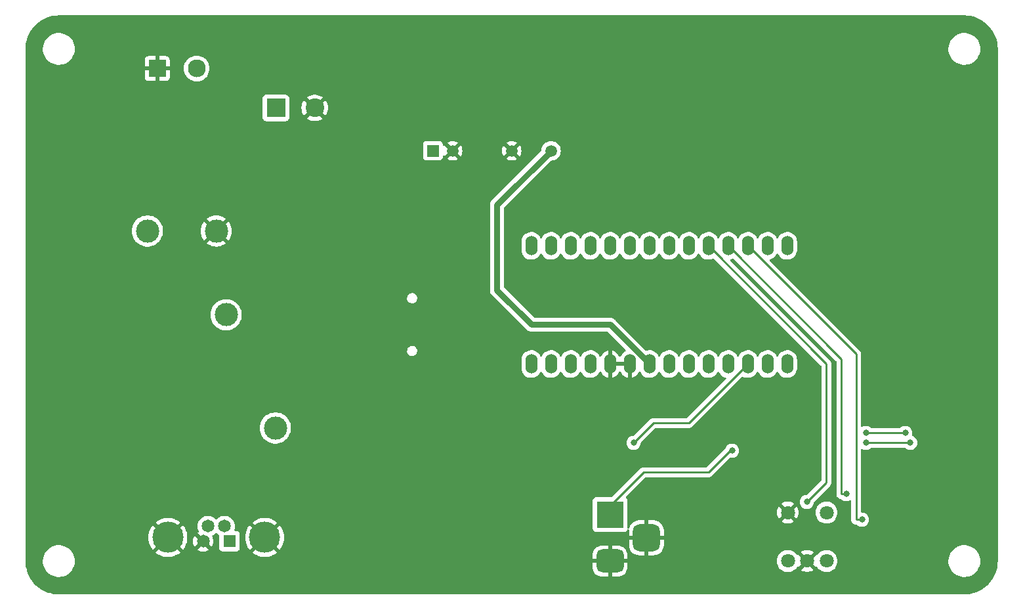
<source format=gbr>
%TF.GenerationSoftware,KiCad,Pcbnew,7.0.8*%
%TF.CreationDate,2023-10-19T15:00:40-04:00*%
%TF.ProjectId,ball_heater_controller,62616c6c-5f68-4656-9174-65725f636f6e,rev?*%
%TF.SameCoordinates,Original*%
%TF.FileFunction,Copper,L2,Bot*%
%TF.FilePolarity,Positive*%
%FSLAX46Y46*%
G04 Gerber Fmt 4.6, Leading zero omitted, Abs format (unit mm)*
G04 Created by KiCad (PCBNEW 7.0.8) date 2023-10-19 15:00:40*
%MOMM*%
%LPD*%
G01*
G04 APERTURE LIST*
G04 Aperture macros list*
%AMRoundRect*
0 Rectangle with rounded corners*
0 $1 Rounding radius*
0 $2 $3 $4 $5 $6 $7 $8 $9 X,Y pos of 4 corners*
0 Add a 4 corners polygon primitive as box body*
4,1,4,$2,$3,$4,$5,$6,$7,$8,$9,$2,$3,0*
0 Add four circle primitives for the rounded corners*
1,1,$1+$1,$2,$3*
1,1,$1+$1,$4,$5*
1,1,$1+$1,$6,$7*
1,1,$1+$1,$8,$9*
0 Add four rect primitives between the rounded corners*
20,1,$1+$1,$2,$3,$4,$5,0*
20,1,$1+$1,$4,$5,$6,$7,0*
20,1,$1+$1,$6,$7,$8,$9,0*
20,1,$1+$1,$8,$9,$2,$3,0*%
G04 Aperture macros list end*
%TA.AperFunction,ComponentPad*%
%ADD10O,1.524000X2.540000*%
%TD*%
%TA.AperFunction,ComponentPad*%
%ADD11C,3.000000*%
%TD*%
%TA.AperFunction,ComponentPad*%
%ADD12R,1.650000X1.650000*%
%TD*%
%TA.AperFunction,ComponentPad*%
%ADD13C,1.650000*%
%TD*%
%TA.AperFunction,ComponentPad*%
%ADD14C,4.016000*%
%TD*%
%TA.AperFunction,ComponentPad*%
%ADD15C,1.800000*%
%TD*%
%TA.AperFunction,ComponentPad*%
%ADD16R,1.508000X1.508000*%
%TD*%
%TA.AperFunction,ComponentPad*%
%ADD17C,1.508000*%
%TD*%
%TA.AperFunction,ComponentPad*%
%ADD18R,2.400000X2.400000*%
%TD*%
%TA.AperFunction,ComponentPad*%
%ADD19C,2.400000*%
%TD*%
%TA.AperFunction,ComponentPad*%
%ADD20R,3.500000X3.500000*%
%TD*%
%TA.AperFunction,ComponentPad*%
%ADD21RoundRect,0.750000X1.000000X-0.750000X1.000000X0.750000X-1.000000X0.750000X-1.000000X-0.750000X0*%
%TD*%
%TA.AperFunction,ComponentPad*%
%ADD22RoundRect,0.875000X0.875000X-0.875000X0.875000X0.875000X-0.875000X0.875000X-0.875000X-0.875000X0*%
%TD*%
%TA.AperFunction,ComponentPad*%
%ADD23R,2.200000X2.200000*%
%TD*%
%TA.AperFunction,ComponentPad*%
%ADD24C,2.300000*%
%TD*%
%TA.AperFunction,ViaPad*%
%ADD25C,0.800000*%
%TD*%
%TA.AperFunction,Conductor*%
%ADD26C,0.254000*%
%TD*%
%TA.AperFunction,Conductor*%
%ADD27C,0.762000*%
%TD*%
G04 APERTURE END LIST*
D10*
%TO.P,A1,0*%
%TO.N,N/C*%
X142240000Y-96520000D03*
%TO.P,A1,3,RESET*%
%TO.N,/reset*%
X144780000Y-96520000D03*
%TO.P,A1,4,3V3*%
%TO.N,+3V3*%
X147320000Y-96520000D03*
%TO.P,A1,5,+5V*%
%TO.N,+5V*%
X149860000Y-96520000D03*
%TO.P,A1,6,GND*%
%TO.N,GND*%
X152400000Y-96520000D03*
%TO.P,A1,7,GND*%
X154940000Y-96520000D03*
%TO.P,A1,8,VIN*%
%TO.N,+12V*%
X157480000Y-96520000D03*
%TO.P,A1,9,A0*%
%TO.N,/A0*%
X162560000Y-96520000D03*
%TO.P,A1,10,A1*%
%TO.N,/A1*%
X165100000Y-96520000D03*
%TO.P,A1,11,A2*%
%TO.N,/A2*%
X167640000Y-96520000D03*
%TO.P,A1,12,A3*%
%TO.N,/A3*%
X170180000Y-96520000D03*
%TO.P,A1,13,A4/SDA*%
%TO.N,/A4(SDA)*%
X172720000Y-96520000D03*
%TO.P,A1,14,A5/SCL*%
%TO.N,/A5(SCL)*%
X175260000Y-96520000D03*
%TO.P,A1,15,D0/RX*%
%TO.N,/0(Rx)*%
X175260000Y-81280000D03*
%TO.P,A1,16,D1/TX*%
%TO.N,/1(Tx)*%
X172720000Y-81280000D03*
%TO.P,A1,17,D2*%
%TO.N,/2*%
X170180000Y-81280000D03*
%TO.P,A1,18,D3*%
%TO.N,/3(\u002A\u002A)*%
X167640000Y-81280000D03*
%TO.P,A1,19,D4*%
%TO.N,/4*%
X165100000Y-81280000D03*
%TO.P,A1,20,D5*%
%TO.N,/5(\u002A\u002A)*%
X162560000Y-81280000D03*
%TO.P,A1,21,D6*%
%TO.N,/6(\u002A\u002A)*%
X160020000Y-81280000D03*
%TO.P,A1,22,D7*%
%TO.N,/7*%
X157480000Y-81280000D03*
%TO.P,A1,23,D8*%
%TO.N,/8*%
X154940000Y-81280000D03*
%TO.P,A1,24,D9*%
%TO.N,/9(\u002A\u002A)*%
X152400000Y-81280000D03*
%TO.P,A1,25,D10*%
%TO.N,/10(\u002A\u002A{slash}SS)*%
X149860000Y-81280000D03*
%TO.P,A1,26,D11*%
%TO.N,/11(\u002A\u002A{slash}MOSI)*%
X147320000Y-81280000D03*
%TO.P,A1,27,D12*%
%TO.N,/12(MISO)*%
X144780000Y-81280000D03*
%TO.P,A1,28,D13*%
%TO.N,/13(SCK)*%
X142240000Y-81280000D03*
%TO.P,A1,30,AREF*%
%TO.N,unconnected-(A1-AREF-Pad30)*%
X160020000Y-96520000D03*
%TD*%
D11*
%TO.P,TP3,1,1*%
%TO.N,/heater_-*%
X109220000Y-104775000D03*
%TD*%
D12*
%TO.P,J5,1,1*%
%TO.N,/A3*%
X103300000Y-119380000D03*
D13*
%TO.P,J5,2,2*%
%TO.N,/heater_-*%
X102675000Y-117430000D03*
%TO.P,J5,3,3*%
%TO.N,GND*%
X99900000Y-119380000D03*
%TO.P,J5,4,4*%
%TO.N,VSS*%
X100525000Y-117430000D03*
D14*
%TO.P,J5,G1,GND*%
%TO.N,GND*%
X107850000Y-118880000D03*
%TO.P,J5,G2,GND__1*%
X95350000Y-118880000D03*
%TD*%
D15*
%TO.P,SW1,A,A*%
%TO.N,Net-(RN2A-R1.1)*%
X175340000Y-121920000D03*
%TO.P,SW1,B,B*%
%TO.N,Net-(RN2C-R3.1)*%
X180340000Y-121920000D03*
%TO.P,SW1,C,C*%
%TO.N,GND*%
X177840000Y-121920000D03*
%TO.P,SW1,S1,S1*%
X175340000Y-115670000D03*
%TO.P,SW1,S2,S2*%
%TO.N,Net-(R5-Pad2)*%
X180340000Y-115670000D03*
%TD*%
D16*
%TO.P,PS1,1,VIN*%
%TO.N,VSS*%
X129545000Y-69020000D03*
D17*
%TO.P,PS1,2,GND*%
%TO.N,GND*%
X132085000Y-69020000D03*
%TO.P,PS1,5,0V*%
X139705000Y-69020000D03*
%TO.P,PS1,7,+VO*%
%TO.N,+12V*%
X144785000Y-69020000D03*
%TD*%
D18*
%TO.P,C1,1*%
%TO.N,VSS*%
X109300000Y-63500000D03*
D19*
%TO.P,C1,2*%
%TO.N,GND*%
X114300000Y-63500000D03*
%TD*%
D20*
%TO.P,J6,1*%
%TO.N,/A2*%
X152400000Y-115920000D03*
D21*
%TO.P,J6,2*%
%TO.N,GND*%
X152400000Y-121920000D03*
D22*
%TO.P,J6,3*%
X157100000Y-118920000D03*
%TD*%
D23*
%TO.P,J1,1,Pin_1*%
%TO.N,GND*%
X93980000Y-58420000D03*
D24*
%TO.P,J1,2,Pin_2*%
%TO.N,VSS*%
X99060000Y-58420000D03*
%TD*%
D11*
%TO.P,TP2,1,1*%
%TO.N,VSS*%
X92710000Y-79375000D03*
%TD*%
%TO.P,TP4,1,1*%
%TO.N,Net-(Q2-G)*%
X102870000Y-90170000D03*
%TD*%
%TO.P,TP1,1,1*%
%TO.N,GND*%
X101600000Y-79375000D03*
%TD*%
D25*
%TO.N,GND*%
X119147500Y-92710000D03*
%TO.N,/4*%
X177800000Y-114300000D03*
%TO.N,/3(\u002A\u002A)*%
X182880000Y-113284000D03*
%TO.N,/2*%
X184912000Y-116586000D03*
%TO.N,GND*%
X198755000Y-111760000D03*
X100330000Y-94615000D03*
X97790000Y-98425000D03*
X96520000Y-97155000D03*
X96520000Y-93345000D03*
X193675000Y-78105000D03*
X99060000Y-94615000D03*
X164084000Y-101092000D03*
X97790000Y-93345000D03*
X96520000Y-95885000D03*
X188183500Y-115316000D03*
X97790000Y-94615000D03*
X96520000Y-98425000D03*
X123195000Y-72195000D03*
X103505000Y-73830000D03*
X100330000Y-93345000D03*
X160456468Y-102901800D03*
X97790000Y-95885000D03*
X97790000Y-97155000D03*
X96520000Y-94615000D03*
X114300000Y-96520000D03*
X174244000Y-101092000D03*
X99060000Y-93345000D03*
X147960000Y-72195000D03*
X193675000Y-90805000D03*
%TO.N,/A2*%
X168148000Y-107696000D03*
%TO.N,/A3*%
X155448000Y-106679980D03*
%TO.N,/A5(SCL)*%
X190500000Y-105410000D03*
X185420000Y-105410000D03*
%TO.N,/SDA_3V*%
X185420000Y-106680000D03*
X191135000Y-106680000D03*
%TD*%
D26*
%TO.N,/4*%
X180300000Y-96480000D02*
X165100000Y-81280000D01*
X180300000Y-96480000D02*
X180300000Y-111800000D01*
X180300000Y-111800000D02*
X177800000Y-114300000D01*
%TO.N,/3(\u002A\u002A)*%
X167640000Y-81280000D02*
X182245000Y-95885000D01*
X182245000Y-113284000D02*
X182880000Y-113284000D01*
X182245000Y-95885000D02*
X182245000Y-113284000D01*
%TO.N,/2*%
X170180000Y-81280000D02*
X184150000Y-95250000D01*
X184150000Y-95250000D02*
X184150000Y-116586000D01*
X184150000Y-116586000D02*
X184912000Y-116586000D01*
D27*
%TO.N,+12V*%
X137795000Y-86995000D02*
X142240000Y-91440000D01*
X137795000Y-76010000D02*
X137795000Y-86995000D01*
X152400000Y-91440000D02*
X157480000Y-96520000D01*
X142240000Y-91440000D02*
X152400000Y-91440000D01*
X144785000Y-69020000D02*
X137795000Y-76010000D01*
D26*
%TO.N,/A2*%
X156718000Y-110490000D02*
X152400000Y-114808000D01*
X168148000Y-107696000D02*
X167894000Y-107696000D01*
X165100000Y-110490000D02*
X156718000Y-110490000D01*
X152400000Y-114808000D02*
X152400000Y-115920000D01*
X167894000Y-107696000D02*
X165100000Y-110490000D01*
%TO.N,/A3*%
X162560000Y-104140000D02*
X157987980Y-104140000D01*
X157987980Y-104140000D02*
X155448000Y-106679980D01*
X170180000Y-96520000D02*
X162560000Y-104140000D01*
%TO.N,/A5(SCL)*%
X190500000Y-105410000D02*
X185420000Y-105410000D01*
%TO.N,/SDA_3V*%
X191135000Y-106680000D02*
X185420000Y-106680000D01*
%TD*%
%TA.AperFunction,Conductor*%
%TO.N,GND*%
G36*
X154473155Y-96306799D02*
G01*
X154432000Y-96446961D01*
X154432000Y-96593039D01*
X154473155Y-96733201D01*
X154496804Y-96770000D01*
X152843196Y-96770000D01*
X152866845Y-96733201D01*
X152908000Y-96593039D01*
X152908000Y-96446961D01*
X152866845Y-96306799D01*
X152843196Y-96270000D01*
X154496804Y-96270000D01*
X154473155Y-96306799D01*
G37*
%TD.AperFunction*%
%TA.AperFunction,Conductor*%
G36*
X198121424Y-51562566D02*
G01*
X198515507Y-51580786D01*
X198521199Y-51581312D01*
X198910507Y-51635619D01*
X198916126Y-51636669D01*
X199298757Y-51726663D01*
X199304249Y-51728226D01*
X199676965Y-51853147D01*
X199682263Y-51855200D01*
X200041866Y-52013980D01*
X200046966Y-52016519D01*
X200356885Y-52189144D01*
X200390361Y-52207790D01*
X200395232Y-52210806D01*
X200719513Y-52432943D01*
X200724072Y-52436386D01*
X200959132Y-52631576D01*
X201026474Y-52687496D01*
X201030708Y-52691356D01*
X201308643Y-52969291D01*
X201312501Y-52973522D01*
X201563611Y-53275923D01*
X201567056Y-53280486D01*
X201789193Y-53604767D01*
X201792209Y-53609638D01*
X201983474Y-53953022D01*
X201986023Y-53958141D01*
X202144794Y-54317725D01*
X202146859Y-54323053D01*
X202271771Y-54695743D01*
X202273339Y-54701254D01*
X202363328Y-55083865D01*
X202364381Y-55089497D01*
X202418685Y-55478787D01*
X202419213Y-55484492D01*
X202437434Y-55878575D01*
X202437500Y-55881439D01*
X202437500Y-121918560D01*
X202437434Y-121921424D01*
X202419213Y-122315507D01*
X202418685Y-122321212D01*
X202364381Y-122710502D01*
X202363328Y-122716134D01*
X202273339Y-123098745D01*
X202271771Y-123104256D01*
X202146859Y-123476946D01*
X202144791Y-123482282D01*
X201986028Y-123841848D01*
X201983474Y-123846977D01*
X201792209Y-124190361D01*
X201789193Y-124195232D01*
X201567056Y-124519513D01*
X201563603Y-124524086D01*
X201312503Y-124826474D01*
X201308643Y-124830708D01*
X201030708Y-125108643D01*
X201026474Y-125112503D01*
X200724086Y-125363603D01*
X200719513Y-125367056D01*
X200395232Y-125589193D01*
X200390361Y-125592209D01*
X200046977Y-125783474D01*
X200041849Y-125786027D01*
X199682282Y-125944791D01*
X199676946Y-125946859D01*
X199304256Y-126071771D01*
X199298745Y-126073339D01*
X198916134Y-126163328D01*
X198910502Y-126164381D01*
X198521212Y-126218685D01*
X198515507Y-126219213D01*
X198121424Y-126237434D01*
X198118560Y-126237500D01*
X81281440Y-126237500D01*
X81278576Y-126237434D01*
X80884492Y-126219213D01*
X80878787Y-126218685D01*
X80489497Y-126164381D01*
X80483865Y-126163328D01*
X80101254Y-126073339D01*
X80095743Y-126071771D01*
X79910824Y-126009793D01*
X79723046Y-125946856D01*
X79717725Y-125944794D01*
X79358141Y-125786023D01*
X79353022Y-125783474D01*
X79009638Y-125592209D01*
X79004767Y-125589193D01*
X78680486Y-125367056D01*
X78675923Y-125363611D01*
X78373522Y-125112501D01*
X78369291Y-125108643D01*
X78091356Y-124830708D01*
X78087496Y-124826474D01*
X78046390Y-124776972D01*
X77836386Y-124524072D01*
X77832943Y-124519513D01*
X77610806Y-124195232D01*
X77607790Y-124190361D01*
X77487110Y-123973700D01*
X77416519Y-123846966D01*
X77413980Y-123841866D01*
X77255200Y-123482263D01*
X77253147Y-123476965D01*
X77128226Y-123104249D01*
X77126663Y-123098757D01*
X77036669Y-122716126D01*
X77035618Y-122710502D01*
X76981312Y-122321199D01*
X76980786Y-122315507D01*
X76962566Y-121921424D01*
X76962500Y-121918560D01*
X76962500Y-121848162D01*
X79222538Y-121848162D01*
X79232562Y-122135190D01*
X79232563Y-122135195D01*
X79282438Y-122418048D01*
X79282438Y-122418049D01*
X79371194Y-122691212D01*
X79497096Y-122949349D01*
X79497105Y-122949363D01*
X79657706Y-123187467D01*
X79657708Y-123187469D01*
X79657710Y-123187472D01*
X79849896Y-123400916D01*
X80069918Y-123585535D01*
X80313492Y-123737737D01*
X80417775Y-123784167D01*
X80575869Y-123854556D01*
X80575887Y-123854562D01*
X80851965Y-123933726D01*
X80851966Y-123933726D01*
X80851969Y-123933727D01*
X80851972Y-123933727D01*
X80851975Y-123933728D01*
X80923279Y-123943749D01*
X81136388Y-123973699D01*
X81136389Y-123973700D01*
X81136391Y-123973700D01*
X81351721Y-123973700D01*
X81384019Y-123971441D01*
X81566518Y-123958680D01*
X81566523Y-123958679D01*
X81566525Y-123958679D01*
X81706988Y-123928822D01*
X81847459Y-123898964D01*
X82117355Y-123800730D01*
X82370953Y-123665889D01*
X82603316Y-123497067D01*
X82809923Y-123297549D01*
X82986752Y-123071219D01*
X83130361Y-122822481D01*
X83237954Y-122556178D01*
X83307438Y-122277492D01*
X83337461Y-121991848D01*
X83332441Y-121848111D01*
X83327437Y-121704809D01*
X83327437Y-121704806D01*
X83321300Y-121670000D01*
X150150000Y-121670000D01*
X150966314Y-121670000D01*
X150940507Y-121710156D01*
X150900000Y-121848111D01*
X150900000Y-121991889D01*
X150940507Y-122129844D01*
X150966314Y-122170000D01*
X150150001Y-122170000D01*
X150150001Y-122734192D01*
X150160400Y-122866332D01*
X150215377Y-123084519D01*
X150308428Y-123289374D01*
X150308431Y-123289380D01*
X150436559Y-123474323D01*
X150436569Y-123474335D01*
X150595664Y-123633430D01*
X150595676Y-123633440D01*
X150780619Y-123761568D01*
X150780625Y-123761571D01*
X150985480Y-123854622D01*
X151203667Y-123909599D01*
X151335807Y-123920000D01*
X152149999Y-123919999D01*
X152150000Y-123919998D01*
X152150000Y-122420000D01*
X152650000Y-122420000D01*
X152650000Y-123919999D01*
X153464192Y-123919999D01*
X153596332Y-123909599D01*
X153814519Y-123854622D01*
X154019374Y-123761571D01*
X154019380Y-123761568D01*
X154204323Y-123633440D01*
X154204335Y-123633430D01*
X154363430Y-123474335D01*
X154363440Y-123474323D01*
X154491568Y-123289380D01*
X154491571Y-123289374D01*
X154584622Y-123084519D01*
X154639599Y-122866332D01*
X154650000Y-122734194D01*
X154650000Y-122170000D01*
X153833686Y-122170000D01*
X153859493Y-122129844D01*
X153900000Y-121991889D01*
X153900000Y-121920005D01*
X173926673Y-121920005D01*
X173945948Y-122152622D01*
X174003251Y-122378907D01*
X174097015Y-122592668D01*
X174224686Y-122788084D01*
X174373150Y-122949357D01*
X174382780Y-122959818D01*
X174566983Y-123103190D01*
X174566985Y-123103191D01*
X174566988Y-123103193D01*
X174686331Y-123167777D01*
X174772273Y-123214287D01*
X174886914Y-123253643D01*
X174993045Y-123290079D01*
X174993047Y-123290079D01*
X174993049Y-123290080D01*
X175223288Y-123328500D01*
X175223289Y-123328500D01*
X175456711Y-123328500D01*
X175456712Y-123328500D01*
X175686951Y-123290080D01*
X175689008Y-123289374D01*
X175695458Y-123287159D01*
X175907727Y-123214287D01*
X176113017Y-123103190D01*
X176297220Y-122959818D01*
X176455314Y-122788083D01*
X176490522Y-122734194D01*
X176491267Y-122733053D01*
X176544412Y-122687695D01*
X176613644Y-122678271D01*
X176676980Y-122707772D01*
X176685201Y-122717260D01*
X176688811Y-122717634D01*
X177356922Y-122049523D01*
X177380507Y-122129844D01*
X177458239Y-122250798D01*
X177566900Y-122344952D01*
X177697685Y-122404680D01*
X177707466Y-122406086D01*
X177041199Y-123072351D01*
X177071650Y-123096050D01*
X177275697Y-123206476D01*
X177275706Y-123206479D01*
X177495139Y-123281811D01*
X177723993Y-123320000D01*
X177956007Y-123320000D01*
X178184860Y-123281811D01*
X178404293Y-123206479D01*
X178404302Y-123206476D01*
X178608350Y-123096050D01*
X178638798Y-123072351D01*
X177972533Y-122406086D01*
X177982315Y-122404680D01*
X178113100Y-122344952D01*
X178221761Y-122250798D01*
X178299493Y-122129844D01*
X178323076Y-122049524D01*
X178991186Y-122717634D01*
X179000284Y-122716690D01*
X179034260Y-122687695D01*
X179103492Y-122678271D01*
X179166827Y-122707773D01*
X179188732Y-122733051D01*
X179224688Y-122788086D01*
X179373150Y-122949357D01*
X179382780Y-122959818D01*
X179566983Y-123103190D01*
X179566985Y-123103191D01*
X179566988Y-123103193D01*
X179686331Y-123167777D01*
X179772273Y-123214287D01*
X179886914Y-123253643D01*
X179993045Y-123290079D01*
X179993047Y-123290079D01*
X179993049Y-123290080D01*
X180223288Y-123328500D01*
X180223289Y-123328500D01*
X180456711Y-123328500D01*
X180456712Y-123328500D01*
X180686951Y-123290080D01*
X180689008Y-123289374D01*
X180695458Y-123287159D01*
X180907727Y-123214287D01*
X181113017Y-123103190D01*
X181297220Y-122959818D01*
X181455314Y-122788083D01*
X181582984Y-122592669D01*
X181676749Y-122378907D01*
X181734051Y-122152626D01*
X181747370Y-121991889D01*
X181753327Y-121920005D01*
X181753327Y-121919994D01*
X181747375Y-121848162D01*
X196062538Y-121848162D01*
X196072562Y-122135190D01*
X196072563Y-122135195D01*
X196122438Y-122418048D01*
X196122438Y-122418049D01*
X196211194Y-122691212D01*
X196337096Y-122949349D01*
X196337105Y-122949363D01*
X196497706Y-123187467D01*
X196497708Y-123187469D01*
X196497710Y-123187472D01*
X196689896Y-123400916D01*
X196909918Y-123585535D01*
X197153492Y-123737737D01*
X197257775Y-123784167D01*
X197415869Y-123854556D01*
X197415887Y-123854562D01*
X197691965Y-123933726D01*
X197691966Y-123933726D01*
X197691969Y-123933727D01*
X197691972Y-123933727D01*
X197691975Y-123933728D01*
X197763279Y-123943749D01*
X197976388Y-123973699D01*
X197976389Y-123973700D01*
X197976391Y-123973700D01*
X198191721Y-123973700D01*
X198224019Y-123971441D01*
X198406518Y-123958680D01*
X198406523Y-123958679D01*
X198406525Y-123958679D01*
X198546988Y-123928822D01*
X198687459Y-123898964D01*
X198957355Y-123800730D01*
X199210953Y-123665889D01*
X199443316Y-123497067D01*
X199649923Y-123297549D01*
X199826752Y-123071219D01*
X199970361Y-122822481D01*
X200077954Y-122556178D01*
X200147438Y-122277492D01*
X200177461Y-121991848D01*
X200172441Y-121848111D01*
X200167437Y-121704809D01*
X200167437Y-121704806D01*
X200117562Y-121421952D01*
X200028807Y-121148792D01*
X200028805Y-121148787D01*
X199902903Y-120890650D01*
X199902894Y-120890636D01*
X199858154Y-120824306D01*
X199779024Y-120706989D01*
X199742293Y-120652532D01*
X199742291Y-120652530D01*
X199742290Y-120652528D01*
X199550104Y-120439084D01*
X199330082Y-120254465D01*
X199167645Y-120152963D01*
X199086512Y-120102265D01*
X199086510Y-120102264D01*
X198824130Y-119985443D01*
X198824112Y-119985437D01*
X198548034Y-119906273D01*
X198548024Y-119906271D01*
X198263612Y-119866300D01*
X198263609Y-119866300D01*
X198048281Y-119866300D01*
X198048279Y-119866300D01*
X197833478Y-119881320D01*
X197833474Y-119881320D01*
X197552547Y-119941034D01*
X197552539Y-119941036D01*
X197282651Y-120039267D01*
X197029052Y-120174107D01*
X197029045Y-120174112D01*
X196796691Y-120342926D01*
X196796684Y-120342932D01*
X196590075Y-120542453D01*
X196413248Y-120768780D01*
X196269641Y-121017514D01*
X196269636Y-121017525D01*
X196162046Y-121283820D01*
X196092562Y-121562508D01*
X196062538Y-121848162D01*
X181747375Y-121848162D01*
X181734051Y-121687377D01*
X181734051Y-121687374D01*
X181676749Y-121461093D01*
X181582984Y-121247331D01*
X181520900Y-121152304D01*
X181455313Y-121051915D01*
X181297223Y-120880185D01*
X181297222Y-120880184D01*
X181297220Y-120880182D01*
X181113017Y-120736810D01*
X181113015Y-120736809D01*
X181113014Y-120736808D01*
X181113011Y-120736806D01*
X180907733Y-120625716D01*
X180907730Y-120625715D01*
X180907727Y-120625713D01*
X180907721Y-120625711D01*
X180907719Y-120625710D01*
X180686954Y-120549920D01*
X180507650Y-120520000D01*
X180456712Y-120511500D01*
X180223288Y-120511500D01*
X180177240Y-120519184D01*
X179993045Y-120549920D01*
X179772280Y-120625710D01*
X179772266Y-120625716D01*
X179566988Y-120736806D01*
X179566985Y-120736808D01*
X179382781Y-120880181D01*
X179382776Y-120880185D01*
X179224686Y-121051916D01*
X179224683Y-121051919D01*
X179188731Y-121106948D01*
X179135584Y-121152305D01*
X179066353Y-121161728D01*
X179003017Y-121132225D01*
X178994797Y-121122739D01*
X178991186Y-121122364D01*
X178323076Y-121790475D01*
X178299493Y-121710156D01*
X178221761Y-121589202D01*
X178113100Y-121495048D01*
X177982315Y-121435320D01*
X177972534Y-121433913D01*
X178638799Y-120767648D01*
X178638799Y-120767647D01*
X178608349Y-120743949D01*
X178404302Y-120633523D01*
X178404293Y-120633520D01*
X178184860Y-120558188D01*
X177956007Y-120520000D01*
X177723993Y-120520000D01*
X177495139Y-120558188D01*
X177275706Y-120633520D01*
X177275698Y-120633523D01*
X177071644Y-120743952D01*
X177041200Y-120767646D01*
X177041200Y-120767647D01*
X177707466Y-121433913D01*
X177697685Y-121435320D01*
X177566900Y-121495048D01*
X177458239Y-121589202D01*
X177380507Y-121710156D01*
X177356923Y-121790475D01*
X176688811Y-121122364D01*
X176679714Y-121123308D01*
X176645739Y-121152304D01*
X176576507Y-121161728D01*
X176513172Y-121132226D01*
X176491267Y-121106947D01*
X176455313Y-121051915D01*
X176297223Y-120880185D01*
X176297222Y-120880184D01*
X176297220Y-120880182D01*
X176113017Y-120736810D01*
X176113015Y-120736809D01*
X176113014Y-120736808D01*
X176113011Y-120736806D01*
X175907733Y-120625716D01*
X175907730Y-120625715D01*
X175907727Y-120625713D01*
X175907721Y-120625711D01*
X175907719Y-120625710D01*
X175686954Y-120549920D01*
X175507650Y-120520000D01*
X175456712Y-120511500D01*
X175223288Y-120511500D01*
X175177240Y-120519184D01*
X174993045Y-120549920D01*
X174772280Y-120625710D01*
X174772266Y-120625716D01*
X174566988Y-120736806D01*
X174566985Y-120736808D01*
X174382781Y-120880181D01*
X174382776Y-120880185D01*
X174224686Y-121051915D01*
X174097015Y-121247331D01*
X174003251Y-121461092D01*
X173945948Y-121687377D01*
X173926673Y-121919994D01*
X173926673Y-121920005D01*
X153900000Y-121920005D01*
X153900000Y-121848111D01*
X153859493Y-121710156D01*
X153833686Y-121670000D01*
X154649999Y-121670000D01*
X154649999Y-121105808D01*
X154639599Y-120973667D01*
X154584622Y-120755480D01*
X154491571Y-120550625D01*
X154491568Y-120550619D01*
X154363440Y-120365676D01*
X154363430Y-120365664D01*
X154204335Y-120206569D01*
X154204323Y-120206559D01*
X154019380Y-120078431D01*
X154019374Y-120078428D01*
X153814519Y-119985377D01*
X153596332Y-119930400D01*
X153464194Y-119920000D01*
X152650000Y-119920000D01*
X152650000Y-121420000D01*
X152150000Y-121420000D01*
X152150000Y-119920000D01*
X152149999Y-119920000D01*
X151335808Y-119920001D01*
X151203667Y-119930400D01*
X150985480Y-119985377D01*
X150780625Y-120078428D01*
X150780619Y-120078431D01*
X150595676Y-120206559D01*
X150595664Y-120206569D01*
X150436569Y-120365664D01*
X150436559Y-120365676D01*
X150308431Y-120550619D01*
X150308428Y-120550625D01*
X150215377Y-120755480D01*
X150160400Y-120973667D01*
X150150000Y-121105806D01*
X150150000Y-121670000D01*
X83321300Y-121670000D01*
X83277562Y-121421952D01*
X83188807Y-121148792D01*
X83188805Y-121148787D01*
X83062903Y-120890650D01*
X83062894Y-120890636D01*
X83018154Y-120824306D01*
X82939024Y-120706989D01*
X82902293Y-120652532D01*
X82902291Y-120652530D01*
X82902290Y-120652528D01*
X82710104Y-120439084D01*
X82490082Y-120254465D01*
X82327645Y-120152963D01*
X82246512Y-120102265D01*
X82246510Y-120102264D01*
X81984130Y-119985443D01*
X81984112Y-119985437D01*
X81708034Y-119906273D01*
X81708024Y-119906271D01*
X81423612Y-119866300D01*
X81423609Y-119866300D01*
X81208281Y-119866300D01*
X81208279Y-119866300D01*
X80993478Y-119881320D01*
X80993474Y-119881320D01*
X80712547Y-119941034D01*
X80712539Y-119941036D01*
X80442651Y-120039267D01*
X80189052Y-120174107D01*
X80189045Y-120174112D01*
X79956691Y-120342926D01*
X79956684Y-120342932D01*
X79750075Y-120542453D01*
X79573248Y-120768780D01*
X79429641Y-121017514D01*
X79429636Y-121017525D01*
X79322046Y-121283820D01*
X79252562Y-121562508D01*
X79222538Y-121848162D01*
X76962500Y-121848162D01*
X76962500Y-118880005D01*
X92837041Y-118880005D01*
X92856854Y-119194946D01*
X92856855Y-119194950D01*
X92915992Y-119504952D01*
X93013509Y-119805079D01*
X93147880Y-120090632D01*
X93316969Y-120357075D01*
X93408603Y-120467841D01*
X94126389Y-119750055D01*
X94242632Y-119899404D01*
X94425523Y-120067768D01*
X94480116Y-120103435D01*
X93759245Y-120824306D01*
X94003490Y-121001761D01*
X94003501Y-121001768D01*
X94280034Y-121153793D01*
X94280042Y-121153797D01*
X94573449Y-121269964D01*
X94879118Y-121348447D01*
X94879127Y-121348449D01*
X95192198Y-121387999D01*
X95192212Y-121388000D01*
X95507788Y-121388000D01*
X95507801Y-121387999D01*
X95820872Y-121348449D01*
X95820881Y-121348447D01*
X96126550Y-121269964D01*
X96419957Y-121153797D01*
X96419965Y-121153793D01*
X96696498Y-121001768D01*
X96696509Y-121001761D01*
X96940752Y-120824306D01*
X96940753Y-120824306D01*
X96219883Y-120103435D01*
X96274477Y-120067768D01*
X96457368Y-119899404D01*
X96573610Y-119750057D01*
X97291395Y-120467842D01*
X97383033Y-120357070D01*
X97552119Y-120090632D01*
X97686490Y-119805079D01*
X97784007Y-119504952D01*
X97807843Y-119380000D01*
X98569939Y-119380000D01*
X98590145Y-119610958D01*
X98590147Y-119610968D01*
X98650148Y-119834900D01*
X98650152Y-119834909D01*
X98748132Y-120045029D01*
X98748133Y-120045031D01*
X98803023Y-120123422D01*
X98803024Y-120123423D01*
X99297452Y-119628994D01*
X99307188Y-119658956D01*
X99395186Y-119797619D01*
X99514903Y-119910040D01*
X99649510Y-119984041D01*
X99156575Y-120476975D01*
X99234973Y-120531868D01*
X99445090Y-120629847D01*
X99445099Y-120629851D01*
X99669031Y-120689852D01*
X99669041Y-120689854D01*
X99899999Y-120710061D01*
X99900001Y-120710061D01*
X100130958Y-120689854D01*
X100130968Y-120689852D01*
X100354900Y-120629851D01*
X100354909Y-120629847D01*
X100565030Y-120531867D01*
X100643423Y-120476975D01*
X100147534Y-119981086D01*
X100215629Y-119954126D01*
X100348492Y-119857595D01*
X100453175Y-119731055D01*
X100501631Y-119628079D01*
X100996975Y-120123423D01*
X101051867Y-120045030D01*
X101149847Y-119834909D01*
X101149851Y-119834900D01*
X101209852Y-119610968D01*
X101209854Y-119610958D01*
X101230061Y-119380000D01*
X101230061Y-119379999D01*
X101209854Y-119149041D01*
X101209852Y-119149031D01*
X101149851Y-118925099D01*
X101149847Y-118925090D01*
X101081559Y-118778645D01*
X101071067Y-118709568D01*
X101099587Y-118645784D01*
X101141531Y-118613860D01*
X101194297Y-118589256D01*
X101385432Y-118455422D01*
X101512321Y-118328532D01*
X101573640Y-118295050D01*
X101643332Y-118300034D01*
X101687680Y-118328535D01*
X101814562Y-118455417D01*
X101814565Y-118455419D01*
X101814568Y-118455422D01*
X101913625Y-118524782D01*
X101957248Y-118579356D01*
X101966500Y-118626355D01*
X101966500Y-120253654D01*
X101973011Y-120314202D01*
X101973011Y-120314204D01*
X102012472Y-120420000D01*
X102024111Y-120451204D01*
X102111739Y-120568261D01*
X102228796Y-120655889D01*
X102365799Y-120706989D01*
X102393050Y-120709918D01*
X102426345Y-120713499D01*
X102426362Y-120713500D01*
X104173638Y-120713500D01*
X104173654Y-120713499D01*
X104200692Y-120710591D01*
X104234201Y-120706989D01*
X104371204Y-120655889D01*
X104488261Y-120568261D01*
X104575889Y-120451204D01*
X104626989Y-120314201D01*
X104630591Y-120280692D01*
X104633499Y-120253654D01*
X104633500Y-120253637D01*
X104633500Y-118880005D01*
X105337041Y-118880005D01*
X105356854Y-119194946D01*
X105356855Y-119194950D01*
X105415992Y-119504952D01*
X105513509Y-119805079D01*
X105647880Y-120090632D01*
X105816969Y-120357075D01*
X105908603Y-120467841D01*
X106626389Y-119750055D01*
X106742632Y-119899404D01*
X106925523Y-120067768D01*
X106980116Y-120103435D01*
X106259245Y-120824306D01*
X106503490Y-121001761D01*
X106503501Y-121001768D01*
X106780034Y-121153793D01*
X106780042Y-121153797D01*
X107073449Y-121269964D01*
X107379118Y-121348447D01*
X107379127Y-121348449D01*
X107692198Y-121387999D01*
X107692212Y-121388000D01*
X108007788Y-121388000D01*
X108007801Y-121387999D01*
X108320872Y-121348449D01*
X108320881Y-121348447D01*
X108626550Y-121269964D01*
X108919957Y-121153797D01*
X108919965Y-121153793D01*
X109196498Y-121001768D01*
X109196509Y-121001761D01*
X109440752Y-120824306D01*
X109440753Y-120824306D01*
X108719883Y-120103435D01*
X108774477Y-120067768D01*
X108957368Y-119899404D01*
X109073610Y-119750057D01*
X109791395Y-120467842D01*
X109883033Y-120357070D01*
X110052119Y-120090632D01*
X110186490Y-119805079D01*
X110284007Y-119504952D01*
X110343144Y-119194950D01*
X110343145Y-119194946D01*
X110362959Y-118880005D01*
X110362959Y-118879994D01*
X110343145Y-118565053D01*
X110343144Y-118565049D01*
X110284007Y-118255047D01*
X110186490Y-117954920D01*
X110075312Y-117718654D01*
X150141500Y-117718654D01*
X150148011Y-117779202D01*
X150148011Y-117779204D01*
X150189406Y-117890185D01*
X150199111Y-117916204D01*
X150286739Y-118033261D01*
X150403796Y-118120889D01*
X150540799Y-118171989D01*
X150568050Y-118174918D01*
X150601345Y-118178499D01*
X150601362Y-118178500D01*
X154198638Y-118178500D01*
X154198654Y-118178499D01*
X154225692Y-118175591D01*
X154259201Y-118171989D01*
X154396204Y-118120889D01*
X154513261Y-118033261D01*
X154600889Y-117916204D01*
X154610594Y-117890183D01*
X154652463Y-117834251D01*
X154717928Y-117809833D01*
X154786201Y-117824684D01*
X154835607Y-117874089D01*
X154850601Y-117940089D01*
X154850000Y-117951406D01*
X154850000Y-118670000D01*
X156600000Y-118670000D01*
X156600000Y-119170000D01*
X154850001Y-119170000D01*
X154850001Y-119888591D01*
X154852794Y-119941190D01*
X154897237Y-120170987D01*
X154979879Y-120389975D01*
X155098339Y-120591841D01*
X155098344Y-120591848D01*
X155249211Y-120770786D01*
X155249213Y-120770788D01*
X155428151Y-120921655D01*
X155428158Y-120921660D01*
X155630024Y-121040120D01*
X155849012Y-121122762D01*
X156078808Y-121167205D01*
X156131408Y-121169999D01*
X156849999Y-121169999D01*
X156850000Y-121169998D01*
X156850000Y-120353686D01*
X156890156Y-120379493D01*
X157028111Y-120420000D01*
X157171889Y-120420000D01*
X157309844Y-120379493D01*
X157350000Y-120353686D01*
X157350000Y-121169999D01*
X158068591Y-121169999D01*
X158121190Y-121167205D01*
X158350987Y-121122762D01*
X158569975Y-121040120D01*
X158771841Y-120921660D01*
X158771848Y-120921655D01*
X158950786Y-120770788D01*
X158950788Y-120770786D01*
X159101655Y-120591848D01*
X159101660Y-120591841D01*
X159220120Y-120389975D01*
X159302762Y-120170987D01*
X159347205Y-119941191D01*
X159347205Y-119941190D01*
X159350000Y-119888591D01*
X159350000Y-119170000D01*
X157600000Y-119170000D01*
X157600000Y-118670000D01*
X159349999Y-118670000D01*
X159349999Y-117951409D01*
X159347205Y-117898809D01*
X159302762Y-117669012D01*
X159220120Y-117450024D01*
X159101660Y-117248158D01*
X159101655Y-117248151D01*
X158950788Y-117069213D01*
X158950786Y-117069211D01*
X158771848Y-116918344D01*
X158771841Y-116918339D01*
X158569975Y-116799879D01*
X158350987Y-116717237D01*
X158121191Y-116672794D01*
X158068591Y-116670000D01*
X157350000Y-116670000D01*
X157350000Y-117486313D01*
X157309844Y-117460507D01*
X157171889Y-117420000D01*
X157028111Y-117420000D01*
X156890156Y-117460507D01*
X156850000Y-117486313D01*
X156850000Y-116670000D01*
X156849999Y-116670000D01*
X156131409Y-116670001D01*
X156078809Y-116672794D01*
X155849012Y-116717237D01*
X155630024Y-116799879D01*
X155428158Y-116918339D01*
X155428151Y-116918344D01*
X155249213Y-117069211D01*
X155249211Y-117069213D01*
X155098344Y-117248151D01*
X155098339Y-117248158D01*
X154979879Y-117450024D01*
X154898514Y-117665630D01*
X154856427Y-117721401D01*
X154790869Y-117745565D01*
X154722654Y-117730450D01*
X154673439Y-117680854D01*
X154658500Y-117621848D01*
X154658500Y-115670005D01*
X173935202Y-115670005D01*
X173954361Y-115901218D01*
X174011317Y-116126135D01*
X174104516Y-116338609D01*
X174188811Y-116467633D01*
X174856922Y-115799523D01*
X174880507Y-115879844D01*
X174958239Y-116000798D01*
X175066900Y-116094952D01*
X175197685Y-116154680D01*
X175207466Y-116156086D01*
X174541199Y-116822351D01*
X174571650Y-116846050D01*
X174775697Y-116956476D01*
X174775706Y-116956479D01*
X174995139Y-117031811D01*
X175223993Y-117070000D01*
X175456007Y-117070000D01*
X175684860Y-117031811D01*
X175904293Y-116956479D01*
X175904302Y-116956476D01*
X176108350Y-116846050D01*
X176138798Y-116822351D01*
X175472533Y-116156086D01*
X175482315Y-116154680D01*
X175613100Y-116094952D01*
X175721761Y-116000798D01*
X175799493Y-115879844D01*
X175823076Y-115799524D01*
X176491186Y-116467634D01*
X176575484Y-116338606D01*
X176668682Y-116126135D01*
X176725638Y-115901218D01*
X176744798Y-115670005D01*
X178926673Y-115670005D01*
X178945948Y-115902622D01*
X179003251Y-116128907D01*
X179097015Y-116342668D01*
X179224686Y-116538084D01*
X179379290Y-116706027D01*
X179382780Y-116709818D01*
X179566983Y-116853190D01*
X179566985Y-116853191D01*
X179566988Y-116853193D01*
X179608755Y-116875796D01*
X179772273Y-116964287D01*
X179859706Y-116994303D01*
X179993045Y-117040079D01*
X179993047Y-117040079D01*
X179993049Y-117040080D01*
X180223288Y-117078500D01*
X180223289Y-117078500D01*
X180456711Y-117078500D01*
X180456712Y-117078500D01*
X180686951Y-117040080D01*
X180907727Y-116964287D01*
X181113017Y-116853190D01*
X181297220Y-116709818D01*
X181455314Y-116538083D01*
X181582984Y-116342669D01*
X181676749Y-116128907D01*
X181734051Y-115902626D01*
X181747370Y-115741889D01*
X181753327Y-115670005D01*
X181753327Y-115669994D01*
X181735939Y-115460156D01*
X181734051Y-115437374D01*
X181676749Y-115211093D01*
X181582984Y-114997331D01*
X181455314Y-114801917D01*
X181455313Y-114801915D01*
X181297223Y-114630185D01*
X181297222Y-114630184D01*
X181297220Y-114630182D01*
X181113017Y-114486810D01*
X181113015Y-114486809D01*
X181113014Y-114486808D01*
X181113011Y-114486806D01*
X180907733Y-114375716D01*
X180907730Y-114375715D01*
X180907727Y-114375713D01*
X180907721Y-114375711D01*
X180907719Y-114375710D01*
X180686954Y-114299920D01*
X180507650Y-114270000D01*
X180456712Y-114261500D01*
X180223288Y-114261500D01*
X180177240Y-114269184D01*
X179993045Y-114299920D01*
X179772280Y-114375710D01*
X179772266Y-114375716D01*
X179566988Y-114486806D01*
X179566985Y-114486808D01*
X179382781Y-114630181D01*
X179382776Y-114630185D01*
X179224686Y-114801915D01*
X179097015Y-114997331D01*
X179003251Y-115211092D01*
X178945948Y-115437377D01*
X178926673Y-115669994D01*
X178926673Y-115670005D01*
X176744798Y-115670005D01*
X176744798Y-115669994D01*
X176725638Y-115438781D01*
X176668682Y-115213864D01*
X176575483Y-115001390D01*
X176491186Y-114872364D01*
X175823076Y-115540475D01*
X175799493Y-115460156D01*
X175721761Y-115339202D01*
X175613100Y-115245048D01*
X175482315Y-115185320D01*
X175472534Y-115183913D01*
X176138799Y-114517648D01*
X176138799Y-114517647D01*
X176108349Y-114493949D01*
X175904302Y-114383523D01*
X175904293Y-114383520D01*
X175684860Y-114308188D01*
X175456007Y-114270000D01*
X175223993Y-114270000D01*
X174995139Y-114308188D01*
X174775706Y-114383520D01*
X174775698Y-114383523D01*
X174571644Y-114493952D01*
X174541200Y-114517646D01*
X174541200Y-114517647D01*
X175207466Y-115183913D01*
X175197685Y-115185320D01*
X175066900Y-115245048D01*
X174958239Y-115339202D01*
X174880507Y-115460156D01*
X174856923Y-115540476D01*
X174188812Y-114872365D01*
X174104516Y-115001391D01*
X174104514Y-115001395D01*
X174011317Y-115213864D01*
X173954361Y-115438781D01*
X173935202Y-115669994D01*
X173935202Y-115670005D01*
X154658500Y-115670005D01*
X154658500Y-114121362D01*
X154658499Y-114121345D01*
X154653528Y-114075116D01*
X154651989Y-114060799D01*
X154600889Y-113923796D01*
X154513261Y-113806739D01*
X154505850Y-113801191D01*
X154463981Y-113745256D01*
X154459000Y-113675564D01*
X154492482Y-113614248D01*
X156944913Y-111161819D01*
X157006236Y-111128334D01*
X157032594Y-111125500D01*
X165016153Y-111125500D01*
X165031932Y-111127241D01*
X165031958Y-111126974D01*
X165039711Y-111127706D01*
X165039719Y-111127708D01*
X165109985Y-111125500D01*
X165139983Y-111125500D01*
X165147013Y-111124611D01*
X165152836Y-111124153D01*
X165200205Y-111122665D01*
X165219906Y-111116940D01*
X165238951Y-111112997D01*
X165259299Y-111110427D01*
X165303393Y-111092968D01*
X165308856Y-111091098D01*
X165354393Y-111077869D01*
X165372054Y-111067423D01*
X165389512Y-111058871D01*
X165408588Y-111051319D01*
X165446928Y-111023462D01*
X165451800Y-111020261D01*
X165492598Y-110996134D01*
X165507094Y-110981637D01*
X165521892Y-110968998D01*
X165538487Y-110956942D01*
X165568708Y-110920409D01*
X165572609Y-110916122D01*
X167866125Y-108622605D01*
X167927446Y-108589122D01*
X167979584Y-108588998D01*
X168052513Y-108604500D01*
X168052514Y-108604500D01*
X168243487Y-108604500D01*
X168430288Y-108564794D01*
X168604752Y-108487118D01*
X168759253Y-108374866D01*
X168887040Y-108232944D01*
X168982527Y-108067556D01*
X169041542Y-107885928D01*
X169061504Y-107696000D01*
X169041542Y-107506072D01*
X168982527Y-107324444D01*
X168887040Y-107159056D01*
X168759253Y-107017134D01*
X168604752Y-106904882D01*
X168430288Y-106827206D01*
X168430286Y-106827205D01*
X168243487Y-106787500D01*
X168052513Y-106787500D01*
X167865714Y-106827205D01*
X167691246Y-106904883D01*
X167536745Y-107017135D01*
X167408959Y-107159057D01*
X167313473Y-107324443D01*
X167313470Y-107324451D01*
X167296992Y-107375162D01*
X167266743Y-107424522D01*
X164873086Y-109818181D01*
X164811763Y-109851666D01*
X164785405Y-109854500D01*
X156801847Y-109854500D01*
X156786067Y-109852758D01*
X156786042Y-109853026D01*
X156778281Y-109852292D01*
X156708015Y-109854500D01*
X156678013Y-109854500D01*
X156670973Y-109855388D01*
X156665160Y-109855845D01*
X156617800Y-109857334D01*
X156617794Y-109857335D01*
X156598093Y-109863058D01*
X156579054Y-109867000D01*
X156558711Y-109869571D01*
X156558703Y-109869572D01*
X156558701Y-109869573D01*
X156558699Y-109869573D01*
X156558693Y-109869575D01*
X156514645Y-109887014D01*
X156509122Y-109888905D01*
X156463609Y-109902130D01*
X156463607Y-109902130D01*
X156463607Y-109902131D01*
X156445948Y-109912573D01*
X156428483Y-109921129D01*
X156409415Y-109928678D01*
X156409411Y-109928681D01*
X156371072Y-109956534D01*
X156366192Y-109959740D01*
X156325400Y-109983865D01*
X156310898Y-109998368D01*
X156296108Y-110011000D01*
X156279515Y-110023055D01*
X156279512Y-110023058D01*
X156249301Y-110059576D01*
X156245368Y-110063897D01*
X154449493Y-111859774D01*
X152684086Y-113625181D01*
X152622763Y-113658666D01*
X152596405Y-113661500D01*
X150601345Y-113661500D01*
X150540797Y-113668011D01*
X150540795Y-113668011D01*
X150403795Y-113719111D01*
X150286739Y-113806739D01*
X150199111Y-113923795D01*
X150148011Y-114060795D01*
X150148011Y-114060797D01*
X150141500Y-114121345D01*
X150141500Y-117718654D01*
X110075312Y-117718654D01*
X110052119Y-117669367D01*
X109883030Y-117402924D01*
X109791394Y-117292156D01*
X109073609Y-118009941D01*
X108957368Y-117860596D01*
X108774477Y-117692232D01*
X108719882Y-117656563D01*
X109440753Y-116935692D01*
X109196514Y-116758241D01*
X109196504Y-116758234D01*
X108919965Y-116606206D01*
X108919957Y-116606202D01*
X108626550Y-116490035D01*
X108320881Y-116411552D01*
X108320872Y-116411550D01*
X108007801Y-116372000D01*
X107692198Y-116372000D01*
X107379127Y-116411550D01*
X107379118Y-116411552D01*
X107073449Y-116490035D01*
X106780042Y-116606202D01*
X106780034Y-116606206D01*
X106503495Y-116758234D01*
X106503485Y-116758241D01*
X106259246Y-116935692D01*
X106259245Y-116935692D01*
X106980117Y-117656563D01*
X106925523Y-117692232D01*
X106742632Y-117860596D01*
X106626389Y-118009942D01*
X105908603Y-117292156D01*
X105908602Y-117292156D01*
X105816973Y-117402918D01*
X105816971Y-117402921D01*
X105647880Y-117669367D01*
X105513509Y-117954920D01*
X105415992Y-118255047D01*
X105356855Y-118565049D01*
X105356854Y-118565053D01*
X105337041Y-118879994D01*
X105337041Y-118880005D01*
X104633500Y-118880005D01*
X104633500Y-118506362D01*
X104633499Y-118506345D01*
X104630157Y-118475270D01*
X104626989Y-118445799D01*
X104575889Y-118308796D01*
X104488261Y-118191739D01*
X104371204Y-118104111D01*
X104358297Y-118099297D01*
X104234203Y-118053011D01*
X104173654Y-118046500D01*
X104173638Y-118046500D01*
X104051951Y-118046500D01*
X103984912Y-118026815D01*
X103939157Y-117974011D01*
X103929213Y-117904853D01*
X103932176Y-117890407D01*
X103977460Y-117721401D01*
X103993258Y-117662444D01*
X104013594Y-117430000D01*
X104008967Y-117377118D01*
X103999147Y-117264866D01*
X103993258Y-117197556D01*
X103938797Y-116994305D01*
X103932869Y-116972181D01*
X103932868Y-116972180D01*
X103932867Y-116972174D01*
X103834256Y-116760703D01*
X103832527Y-116758234D01*
X103700425Y-116569572D01*
X103700420Y-116569566D01*
X103535433Y-116404579D01*
X103535427Y-116404574D01*
X103344298Y-116270744D01*
X103344296Y-116270743D01*
X103223560Y-116214443D01*
X103132826Y-116172133D01*
X103132822Y-116172132D01*
X103132818Y-116172130D01*
X102907449Y-116111743D01*
X102907445Y-116111742D01*
X102907444Y-116111742D01*
X102907443Y-116111741D01*
X102907438Y-116111741D01*
X102675002Y-116091406D01*
X102674998Y-116091406D01*
X102442561Y-116111741D01*
X102442550Y-116111743D01*
X102217181Y-116172130D01*
X102217172Y-116172134D01*
X102005703Y-116270743D01*
X102005701Y-116270744D01*
X101814572Y-116404574D01*
X101814566Y-116404579D01*
X101687681Y-116531465D01*
X101626358Y-116564950D01*
X101556666Y-116559966D01*
X101512319Y-116531465D01*
X101385433Y-116404579D01*
X101385427Y-116404574D01*
X101194298Y-116270744D01*
X101194296Y-116270743D01*
X101073560Y-116214443D01*
X100982826Y-116172133D01*
X100982822Y-116172132D01*
X100982818Y-116172130D01*
X100757449Y-116111743D01*
X100757445Y-116111742D01*
X100757444Y-116111742D01*
X100757443Y-116111741D01*
X100757438Y-116111741D01*
X100525002Y-116091406D01*
X100524998Y-116091406D01*
X100292561Y-116111741D01*
X100292550Y-116111743D01*
X100067181Y-116172130D01*
X100067172Y-116172134D01*
X99855703Y-116270743D01*
X99855701Y-116270744D01*
X99664572Y-116404574D01*
X99664566Y-116404579D01*
X99499579Y-116569566D01*
X99499574Y-116569572D01*
X99365744Y-116760701D01*
X99365743Y-116760703D01*
X99267134Y-116972172D01*
X99267130Y-116972181D01*
X99206743Y-117197550D01*
X99206741Y-117197561D01*
X99186406Y-117429998D01*
X99186406Y-117430001D01*
X99206741Y-117662438D01*
X99206743Y-117662449D01*
X99267130Y-117887818D01*
X99267135Y-117887832D01*
X99339328Y-118042650D01*
X99349820Y-118111727D01*
X99321300Y-118175511D01*
X99279354Y-118207435D01*
X99234968Y-118228133D01*
X99156577Y-118283023D01*
X99156576Y-118283024D01*
X99652465Y-118778913D01*
X99584371Y-118805874D01*
X99451508Y-118902405D01*
X99346825Y-119028945D01*
X99298368Y-119131920D01*
X98803024Y-118636576D01*
X98803024Y-118636577D01*
X98748133Y-118714969D01*
X98748132Y-118714971D01*
X98650152Y-118925090D01*
X98650148Y-118925099D01*
X98590147Y-119149031D01*
X98590145Y-119149041D01*
X98569939Y-119379999D01*
X98569939Y-119380000D01*
X97807843Y-119380000D01*
X97843144Y-119194950D01*
X97843145Y-119194946D01*
X97862959Y-118880005D01*
X97862959Y-118879994D01*
X97843145Y-118565053D01*
X97843144Y-118565049D01*
X97784007Y-118255047D01*
X97686490Y-117954920D01*
X97552119Y-117669367D01*
X97383030Y-117402924D01*
X97291394Y-117292156D01*
X96573609Y-118009941D01*
X96457368Y-117860596D01*
X96274477Y-117692232D01*
X96219882Y-117656563D01*
X96940753Y-116935692D01*
X96696514Y-116758241D01*
X96696504Y-116758234D01*
X96419965Y-116606206D01*
X96419957Y-116606202D01*
X96126550Y-116490035D01*
X95820881Y-116411552D01*
X95820872Y-116411550D01*
X95507801Y-116372000D01*
X95192198Y-116372000D01*
X94879127Y-116411550D01*
X94879118Y-116411552D01*
X94573449Y-116490035D01*
X94280042Y-116606202D01*
X94280034Y-116606206D01*
X94003495Y-116758234D01*
X94003485Y-116758241D01*
X93759246Y-116935692D01*
X93759245Y-116935692D01*
X94480117Y-117656563D01*
X94425523Y-117692232D01*
X94242632Y-117860596D01*
X94126389Y-118009942D01*
X93408603Y-117292156D01*
X93408602Y-117292156D01*
X93316973Y-117402918D01*
X93316971Y-117402921D01*
X93147880Y-117669367D01*
X93013509Y-117954920D01*
X92915992Y-118255047D01*
X92856855Y-118565049D01*
X92856854Y-118565053D01*
X92837041Y-118879994D01*
X92837041Y-118880005D01*
X76962500Y-118880005D01*
X76962500Y-104775000D01*
X107206807Y-104775000D01*
X107225557Y-105049130D01*
X107225558Y-105049132D01*
X107281458Y-105318141D01*
X107281463Y-105318158D01*
X107373476Y-105577056D01*
X107499889Y-105821024D01*
X107499893Y-105821030D01*
X107658340Y-106045499D01*
X107658343Y-106045502D01*
X107845889Y-106246314D01*
X108059031Y-106419718D01*
X108059033Y-106419719D01*
X108059034Y-106419720D01*
X108293801Y-106562485D01*
X108498348Y-106651331D01*
X108545823Y-106671953D01*
X108810404Y-106746085D01*
X109049720Y-106778978D01*
X109082614Y-106783500D01*
X109082615Y-106783500D01*
X109357386Y-106783500D01*
X109386733Y-106779466D01*
X109629596Y-106746085D01*
X109894177Y-106671953D01*
X110146200Y-106562484D01*
X110380969Y-106419718D01*
X110594111Y-106246314D01*
X110781657Y-106045502D01*
X110940111Y-105821023D01*
X111066523Y-105577058D01*
X111158538Y-105318153D01*
X111158539Y-105318146D01*
X111158541Y-105318141D01*
X111184491Y-105193259D01*
X111214442Y-105049130D01*
X111233193Y-104775000D01*
X111214442Y-104500870D01*
X111195141Y-104407989D01*
X111158541Y-104231858D01*
X111158536Y-104231841D01*
X111066523Y-103972943D01*
X111066523Y-103972942D01*
X110940111Y-103728977D01*
X110940110Y-103728975D01*
X110940106Y-103728969D01*
X110781659Y-103504500D01*
X110747739Y-103468181D01*
X110594111Y-103303686D01*
X110380969Y-103130282D01*
X110380967Y-103130281D01*
X110380965Y-103130279D01*
X110146198Y-102987514D01*
X109894178Y-102878047D01*
X109629602Y-102803916D01*
X109629597Y-102803915D01*
X109629596Y-102803915D01*
X109493490Y-102785207D01*
X109357386Y-102766500D01*
X109357385Y-102766500D01*
X109082615Y-102766500D01*
X109082614Y-102766500D01*
X108810404Y-102803915D01*
X108810397Y-102803916D01*
X108545821Y-102878047D01*
X108293801Y-102987514D01*
X108059034Y-103130279D01*
X107845892Y-103303683D01*
X107658340Y-103504500D01*
X107499893Y-103728969D01*
X107499889Y-103728975D01*
X107373476Y-103972943D01*
X107281463Y-104231841D01*
X107281458Y-104231858D01*
X107225558Y-104500867D01*
X107225557Y-104500869D01*
X107206807Y-104775000D01*
X76962500Y-104775000D01*
X76962500Y-94798631D01*
X126209904Y-94798631D01*
X126210715Y-94811513D01*
X126219263Y-94947387D01*
X126220275Y-94963463D01*
X126220276Y-94963469D01*
X126236912Y-95014668D01*
X126263385Y-95096145D01*
X126271313Y-95120543D01*
X126271315Y-95120549D01*
X126359812Y-95259996D01*
X126480207Y-95373055D01*
X126480215Y-95373061D01*
X126624940Y-95452624D01*
X126624944Y-95452626D01*
X126784918Y-95493700D01*
X126784922Y-95493700D01*
X126908629Y-95493700D01*
X126908631Y-95493700D01*
X126908634Y-95493699D01*
X126908642Y-95493699D01*
X127031357Y-95478197D01*
X127031358Y-95478196D01*
X127031361Y-95478196D01*
X127184926Y-95417395D01*
X127318545Y-95320315D01*
X127423824Y-95193054D01*
X127494147Y-95043610D01*
X127525096Y-94881372D01*
X127514725Y-94716535D01*
X127463687Y-94559456D01*
X127463684Y-94559452D01*
X127463684Y-94559450D01*
X127375187Y-94420003D01*
X127254792Y-94306944D01*
X127254784Y-94306938D01*
X127110059Y-94227375D01*
X127110049Y-94227372D01*
X126950085Y-94186300D01*
X126950082Y-94186300D01*
X126826369Y-94186300D01*
X126826357Y-94186300D01*
X126703642Y-94201802D01*
X126550075Y-94262604D01*
X126550070Y-94262607D01*
X126416452Y-94359687D01*
X126416451Y-94359688D01*
X126311176Y-94486945D01*
X126240852Y-94636390D01*
X126230325Y-94691578D01*
X126209904Y-94798628D01*
X126209904Y-94798630D01*
X126209904Y-94798631D01*
X76962500Y-94798631D01*
X76962500Y-90170000D01*
X100856807Y-90170000D01*
X100875557Y-90444130D01*
X100875558Y-90444132D01*
X100931458Y-90713141D01*
X100931463Y-90713158D01*
X101023476Y-90972056D01*
X101149889Y-91216024D01*
X101149893Y-91216030D01*
X101308340Y-91440499D01*
X101308343Y-91440502D01*
X101495889Y-91641314D01*
X101709031Y-91814718D01*
X101709033Y-91814719D01*
X101709034Y-91814720D01*
X101943801Y-91957485D01*
X102148348Y-92046331D01*
X102195823Y-92066953D01*
X102460404Y-92141085D01*
X102699720Y-92173978D01*
X102732614Y-92178500D01*
X102732615Y-92178500D01*
X103007386Y-92178500D01*
X103036733Y-92174466D01*
X103279596Y-92141085D01*
X103544177Y-92066953D01*
X103796200Y-91957484D01*
X104030969Y-91814718D01*
X104244111Y-91641314D01*
X104431657Y-91440502D01*
X104590111Y-91216023D01*
X104716523Y-90972058D01*
X104808538Y-90713153D01*
X104808539Y-90713146D01*
X104808541Y-90713141D01*
X104841831Y-90552937D01*
X104864442Y-90444130D01*
X104883193Y-90170000D01*
X104864442Y-89895870D01*
X104845141Y-89802989D01*
X104808541Y-89626858D01*
X104808536Y-89626841D01*
X104716523Y-89367943D01*
X104716523Y-89367942D01*
X104590111Y-89123977D01*
X104590110Y-89123975D01*
X104590106Y-89123969D01*
X104431659Y-88899500D01*
X104413031Y-88879555D01*
X104244111Y-88698686D01*
X104030969Y-88525282D01*
X104030967Y-88525281D01*
X104030965Y-88525279D01*
X103796198Y-88382514D01*
X103544178Y-88273047D01*
X103279602Y-88198916D01*
X103279597Y-88198915D01*
X103279596Y-88198915D01*
X103143490Y-88180207D01*
X103007386Y-88161500D01*
X103007385Y-88161500D01*
X102732615Y-88161500D01*
X102732614Y-88161500D01*
X102460404Y-88198915D01*
X102460397Y-88198916D01*
X102195821Y-88273047D01*
X101943801Y-88382514D01*
X101709034Y-88525279D01*
X101495892Y-88698683D01*
X101308340Y-88899500D01*
X101149893Y-89123969D01*
X101149889Y-89123975D01*
X101023476Y-89367943D01*
X100931463Y-89626841D01*
X100931458Y-89626858D01*
X100875558Y-89895867D01*
X100875557Y-89895869D01*
X100856807Y-90170000D01*
X76962500Y-90170000D01*
X76962500Y-87998631D01*
X126209904Y-87998631D01*
X126220275Y-88163463D01*
X126220276Y-88163469D01*
X126271313Y-88320543D01*
X126271315Y-88320549D01*
X126359812Y-88459996D01*
X126480207Y-88573055D01*
X126480215Y-88573061D01*
X126624940Y-88652624D01*
X126624944Y-88652626D01*
X126784918Y-88693700D01*
X126784922Y-88693700D01*
X126908629Y-88693700D01*
X126908631Y-88693700D01*
X126908634Y-88693699D01*
X126908642Y-88693699D01*
X127031357Y-88678197D01*
X127031358Y-88678196D01*
X127031361Y-88678196D01*
X127184926Y-88617395D01*
X127318545Y-88520315D01*
X127423824Y-88393054D01*
X127494147Y-88243610D01*
X127525096Y-88081372D01*
X127514725Y-87916535D01*
X127463687Y-87759456D01*
X127463684Y-87759452D01*
X127463684Y-87759450D01*
X127375187Y-87620003D01*
X127254792Y-87506944D01*
X127254784Y-87506938D01*
X127110059Y-87427375D01*
X127110049Y-87427372D01*
X126950085Y-87386300D01*
X126950082Y-87386300D01*
X126826369Y-87386300D01*
X126826357Y-87386300D01*
X126703642Y-87401802D01*
X126550075Y-87462604D01*
X126550070Y-87462607D01*
X126416452Y-87559687D01*
X126416451Y-87559688D01*
X126311176Y-87686945D01*
X126240852Y-87836390D01*
X126225565Y-87916530D01*
X126209904Y-87998628D01*
X126209904Y-87998630D01*
X126209904Y-87998631D01*
X76962500Y-87998631D01*
X76962500Y-86948189D01*
X136901826Y-86948189D01*
X136905415Y-87016676D01*
X136905500Y-87019921D01*
X136905500Y-87041621D01*
X136907768Y-87063199D01*
X136908022Y-87066434D01*
X136911610Y-87134912D01*
X136911611Y-87134915D01*
X136915166Y-87148184D01*
X136918709Y-87167298D01*
X136919832Y-87177985D01*
X136920145Y-87180958D01*
X136941331Y-87246160D01*
X136942252Y-87249271D01*
X136960004Y-87315520D01*
X136966236Y-87327751D01*
X136973681Y-87345724D01*
X136977925Y-87358785D01*
X137012225Y-87418195D01*
X137013751Y-87421005D01*
X137044893Y-87482125D01*
X137053529Y-87492789D01*
X137064549Y-87508824D01*
X137071412Y-87520712D01*
X137071415Y-87520715D01*
X137117311Y-87571688D01*
X137119392Y-87574124D01*
X137131072Y-87588548D01*
X137133058Y-87591000D01*
X137133069Y-87591013D01*
X137148403Y-87606346D01*
X137150637Y-87608701D01*
X137196527Y-87659666D01*
X137196530Y-87659669D01*
X137207643Y-87667743D01*
X137222432Y-87680375D01*
X141554622Y-92012565D01*
X141567257Y-92027358D01*
X141575329Y-92038468D01*
X141575331Y-92038470D01*
X141626298Y-92084361D01*
X141628653Y-92086596D01*
X141643994Y-92101937D01*
X141660877Y-92115608D01*
X141663316Y-92117692D01*
X141714287Y-92163587D01*
X141726170Y-92170447D01*
X141742211Y-92181471D01*
X141752871Y-92190104D01*
X141813972Y-92221237D01*
X141816825Y-92222786D01*
X141876209Y-92257072D01*
X141876215Y-92257075D01*
X141889267Y-92261316D01*
X141907242Y-92268761D01*
X141919475Y-92274994D01*
X141985726Y-92292745D01*
X141988807Y-92293658D01*
X142054044Y-92314855D01*
X142067702Y-92316290D01*
X142086822Y-92319834D01*
X142100085Y-92323388D01*
X142168567Y-92326976D01*
X142171785Y-92327229D01*
X142189014Y-92329041D01*
X142193379Y-92329500D01*
X142193380Y-92329500D01*
X142215084Y-92329500D01*
X142218327Y-92329584D01*
X142286810Y-92333174D01*
X142300366Y-92331026D01*
X142319764Y-92329500D01*
X151980195Y-92329500D01*
X152047234Y-92349185D01*
X152067876Y-92365819D01*
X154393635Y-94691578D01*
X154427120Y-94752901D01*
X154422136Y-94822593D01*
X154380264Y-94878526D01*
X154364714Y-94888453D01*
X154241960Y-94954509D01*
X154241957Y-94954511D01*
X154064353Y-95096145D01*
X153914899Y-95267210D01*
X153914892Y-95267218D01*
X153798384Y-95462218D01*
X153798380Y-95462226D01*
X153785378Y-95496870D01*
X153743392Y-95552717D01*
X153677878Y-95576999D01*
X153609635Y-95562007D01*
X153560332Y-95512500D01*
X153557566Y-95507098D01*
X153487743Y-95362108D01*
X153487737Y-95362098D01*
X153354219Y-95178327D01*
X153354215Y-95178322D01*
X153190023Y-95021340D01*
X153000439Y-94896196D01*
X152791559Y-94806916D01*
X152791550Y-94806913D01*
X152650000Y-94774605D01*
X152650000Y-96075702D01*
X152544592Y-96027565D01*
X152436334Y-96012000D01*
X152363666Y-96012000D01*
X152255408Y-96027565D01*
X152150000Y-96075702D01*
X152150000Y-94772339D01*
X152118040Y-94776669D01*
X152118038Y-94776669D01*
X151901996Y-94846865D01*
X151701960Y-94954509D01*
X151701957Y-94954511D01*
X151524353Y-95096145D01*
X151374899Y-95267210D01*
X151374892Y-95267218D01*
X151258384Y-95462218D01*
X151258381Y-95462223D01*
X151249510Y-95485861D01*
X151207523Y-95541708D01*
X151142008Y-95565989D01*
X151073766Y-95550996D01*
X151024463Y-95501489D01*
X151021698Y-95496088D01*
X150955070Y-95357734D01*
X150955066Y-95357726D01*
X150820648Y-95172715D01*
X150820642Y-95172707D01*
X150655346Y-95014669D01*
X150655347Y-95014669D01*
X150486286Y-94903074D01*
X150464483Y-94888682D01*
X150464481Y-94888681D01*
X150464475Y-94888678D01*
X150254200Y-94798801D01*
X150254187Y-94798797D01*
X150031238Y-94747911D01*
X150031234Y-94747910D01*
X150031233Y-94747910D01*
X150031232Y-94747909D01*
X150031227Y-94747909D01*
X149802772Y-94737649D01*
X149802771Y-94737649D01*
X149802769Y-94737649D01*
X149632801Y-94760673D01*
X149576144Y-94768348D01*
X149576139Y-94768349D01*
X149358642Y-94839018D01*
X149157259Y-94947387D01*
X149157256Y-94947389D01*
X148978456Y-95089977D01*
X148829916Y-95259996D01*
X148827990Y-95262201D01*
X148714216Y-95452626D01*
X148710693Y-95458523D01*
X148710690Y-95458530D01*
X148704407Y-95475269D01*
X148662419Y-95531115D01*
X148596904Y-95555395D01*
X148528662Y-95540401D01*
X148479360Y-95490893D01*
X148476596Y-95485494D01*
X148473081Y-95478196D01*
X148417176Y-95362108D01*
X148415070Y-95357734D01*
X148415066Y-95357726D01*
X148280648Y-95172715D01*
X148280642Y-95172707D01*
X148115346Y-95014669D01*
X148115347Y-95014669D01*
X147946286Y-94903074D01*
X147924483Y-94888682D01*
X147924481Y-94888681D01*
X147924475Y-94888678D01*
X147714200Y-94798801D01*
X147714187Y-94798797D01*
X147491238Y-94747911D01*
X147491234Y-94747910D01*
X147491233Y-94747910D01*
X147491232Y-94747909D01*
X147491227Y-94747909D01*
X147262772Y-94737649D01*
X147262771Y-94737649D01*
X147262769Y-94737649D01*
X147092801Y-94760673D01*
X147036144Y-94768348D01*
X147036139Y-94768349D01*
X146818642Y-94839018D01*
X146617259Y-94947387D01*
X146617256Y-94947389D01*
X146438456Y-95089977D01*
X146289916Y-95259996D01*
X146287990Y-95262201D01*
X146174216Y-95452626D01*
X146170693Y-95458523D01*
X146170690Y-95458530D01*
X146164407Y-95475269D01*
X146122419Y-95531115D01*
X146056904Y-95555395D01*
X145988662Y-95540401D01*
X145939360Y-95490893D01*
X145936596Y-95485494D01*
X145933081Y-95478196D01*
X145877176Y-95362108D01*
X145875070Y-95357734D01*
X145875066Y-95357726D01*
X145740648Y-95172715D01*
X145740642Y-95172707D01*
X145575346Y-95014669D01*
X145575347Y-95014669D01*
X145406286Y-94903074D01*
X145384483Y-94888682D01*
X145384481Y-94888681D01*
X145384475Y-94888678D01*
X145174200Y-94798801D01*
X145174187Y-94798797D01*
X144951238Y-94747911D01*
X144951234Y-94747910D01*
X144951233Y-94747910D01*
X144951232Y-94747909D01*
X144951227Y-94747909D01*
X144722772Y-94737649D01*
X144722771Y-94737649D01*
X144722769Y-94737649D01*
X144552801Y-94760673D01*
X144496144Y-94768348D01*
X144496139Y-94768349D01*
X144278642Y-94839018D01*
X144077259Y-94947387D01*
X144077256Y-94947389D01*
X143898456Y-95089977D01*
X143749916Y-95259996D01*
X143747990Y-95262201D01*
X143634216Y-95452626D01*
X143630693Y-95458523D01*
X143630690Y-95458530D01*
X143624407Y-95475269D01*
X143582419Y-95531115D01*
X143516904Y-95555395D01*
X143448662Y-95540401D01*
X143399360Y-95490893D01*
X143396596Y-95485494D01*
X143393081Y-95478196D01*
X143337176Y-95362108D01*
X143335070Y-95357734D01*
X143335066Y-95357726D01*
X143200648Y-95172715D01*
X143200642Y-95172707D01*
X143035346Y-95014669D01*
X143035347Y-95014669D01*
X142866286Y-94903074D01*
X142844483Y-94888682D01*
X142844481Y-94888681D01*
X142844475Y-94888678D01*
X142634200Y-94798801D01*
X142634187Y-94798797D01*
X142411238Y-94747911D01*
X142411234Y-94747910D01*
X142411233Y-94747910D01*
X142411232Y-94747909D01*
X142411227Y-94747909D01*
X142182772Y-94737649D01*
X142182771Y-94737649D01*
X142182769Y-94737649D01*
X142012801Y-94760673D01*
X141956144Y-94768348D01*
X141956139Y-94768349D01*
X141738642Y-94839018D01*
X141537259Y-94947387D01*
X141537256Y-94947389D01*
X141358456Y-95089977D01*
X141209916Y-95259996D01*
X141207990Y-95262201D01*
X141094216Y-95452626D01*
X141090693Y-95458523D01*
X141090691Y-95458526D01*
X141010334Y-95672635D01*
X140969500Y-95897649D01*
X140969500Y-97085050D01*
X140984864Y-97255774D01*
X141045701Y-97476214D01*
X141045705Y-97476223D01*
X141045706Y-97476226D01*
X141083029Y-97553727D01*
X141144931Y-97682269D01*
X141144933Y-97682273D01*
X141279351Y-97867284D01*
X141279357Y-97867292D01*
X141444653Y-98025330D01*
X141444652Y-98025330D01*
X141444654Y-98025331D01*
X141444655Y-98025332D01*
X141635517Y-98151318D01*
X141635523Y-98151320D01*
X141635524Y-98151321D01*
X141845799Y-98241198D01*
X141845802Y-98241199D01*
X141845807Y-98241201D01*
X142068767Y-98292090D01*
X142297231Y-98302351D01*
X142523855Y-98271652D01*
X142741356Y-98200982D01*
X142942743Y-98092611D01*
X143121544Y-97950022D01*
X143272010Y-97777799D01*
X143389307Y-97581477D01*
X143395590Y-97564735D01*
X143437574Y-97508888D01*
X143503088Y-97484604D01*
X143571331Y-97499595D01*
X143620636Y-97549100D01*
X143623403Y-97554504D01*
X143684931Y-97682269D01*
X143684933Y-97682273D01*
X143819351Y-97867284D01*
X143819357Y-97867292D01*
X143984653Y-98025330D01*
X143984652Y-98025330D01*
X143984654Y-98025331D01*
X143984655Y-98025332D01*
X144175517Y-98151318D01*
X144175523Y-98151320D01*
X144175524Y-98151321D01*
X144385799Y-98241198D01*
X144385802Y-98241199D01*
X144385807Y-98241201D01*
X144608767Y-98292090D01*
X144837231Y-98302351D01*
X145063855Y-98271652D01*
X145281356Y-98200982D01*
X145482743Y-98092611D01*
X145661544Y-97950022D01*
X145812010Y-97777799D01*
X145929307Y-97581477D01*
X145935590Y-97564735D01*
X145977574Y-97508888D01*
X146043088Y-97484604D01*
X146111331Y-97499595D01*
X146160636Y-97549100D01*
X146163403Y-97554504D01*
X146224931Y-97682269D01*
X146224933Y-97682273D01*
X146359351Y-97867284D01*
X146359357Y-97867292D01*
X146524653Y-98025330D01*
X146524652Y-98025330D01*
X146524654Y-98025331D01*
X146524655Y-98025332D01*
X146715517Y-98151318D01*
X146715523Y-98151320D01*
X146715524Y-98151321D01*
X146925799Y-98241198D01*
X146925802Y-98241199D01*
X146925807Y-98241201D01*
X147148767Y-98292090D01*
X147377231Y-98302351D01*
X147603855Y-98271652D01*
X147821356Y-98200982D01*
X148022743Y-98092611D01*
X148201544Y-97950022D01*
X148352010Y-97777799D01*
X148469307Y-97581477D01*
X148475590Y-97564735D01*
X148517574Y-97508888D01*
X148583088Y-97484604D01*
X148651331Y-97499595D01*
X148700636Y-97549100D01*
X148703403Y-97554504D01*
X148764931Y-97682269D01*
X148764933Y-97682273D01*
X148899351Y-97867284D01*
X148899357Y-97867292D01*
X149064653Y-98025330D01*
X149064652Y-98025330D01*
X149064654Y-98025331D01*
X149064655Y-98025332D01*
X149255517Y-98151318D01*
X149255523Y-98151320D01*
X149255524Y-98151321D01*
X149465799Y-98241198D01*
X149465802Y-98241199D01*
X149465807Y-98241201D01*
X149688767Y-98292090D01*
X149917231Y-98302351D01*
X150143855Y-98271652D01*
X150361356Y-98200982D01*
X150562743Y-98092611D01*
X150741544Y-97950022D01*
X150892010Y-97777799D01*
X151009307Y-97581477D01*
X151019722Y-97553724D01*
X151061706Y-97497878D01*
X151127220Y-97473594D01*
X151195463Y-97488585D01*
X151244768Y-97538090D01*
X151247535Y-97543495D01*
X151312256Y-97677891D01*
X151312262Y-97677901D01*
X151445780Y-97861672D01*
X151445784Y-97861677D01*
X151609976Y-98018659D01*
X151799560Y-98143803D01*
X152008439Y-98233083D01*
X152008448Y-98233086D01*
X152149999Y-98265393D01*
X152150000Y-98265393D01*
X152150000Y-96964297D01*
X152255408Y-97012435D01*
X152363666Y-97028000D01*
X152436334Y-97028000D01*
X152544592Y-97012435D01*
X152650000Y-96964297D01*
X152650000Y-98267659D01*
X152681952Y-98263333D01*
X152898003Y-98193134D01*
X153098039Y-98085490D01*
X153098042Y-98085488D01*
X153275646Y-97943854D01*
X153425100Y-97772789D01*
X153425107Y-97772781D01*
X153541615Y-97577781D01*
X153541616Y-97577779D01*
X153554619Y-97543133D01*
X153596604Y-97487284D01*
X153662118Y-97463000D01*
X153730360Y-97477990D01*
X153779665Y-97527496D01*
X153782433Y-97532900D01*
X153852259Y-97677895D01*
X153852262Y-97677901D01*
X153985780Y-97861672D01*
X153985784Y-97861677D01*
X154149976Y-98018659D01*
X154339560Y-98143803D01*
X154548439Y-98233083D01*
X154548448Y-98233086D01*
X154689999Y-98265393D01*
X154690000Y-98265393D01*
X154690000Y-96964297D01*
X154795408Y-97012435D01*
X154903666Y-97028000D01*
X154976334Y-97028000D01*
X155084592Y-97012435D01*
X155190000Y-96964297D01*
X155190000Y-98267659D01*
X155221952Y-98263333D01*
X155438003Y-98193134D01*
X155638039Y-98085490D01*
X155638042Y-98085488D01*
X155815646Y-97943854D01*
X155965100Y-97772789D01*
X155965107Y-97772781D01*
X156081615Y-97577781D01*
X156081616Y-97577779D01*
X156090487Y-97554143D01*
X156132472Y-97498295D01*
X156197986Y-97474010D01*
X156266228Y-97489000D01*
X156315533Y-97538506D01*
X156318301Y-97543910D01*
X156384931Y-97682269D01*
X156384933Y-97682273D01*
X156519351Y-97867284D01*
X156519357Y-97867292D01*
X156684653Y-98025330D01*
X156684652Y-98025330D01*
X156684654Y-98025331D01*
X156684655Y-98025332D01*
X156875517Y-98151318D01*
X156875523Y-98151320D01*
X156875524Y-98151321D01*
X157085799Y-98241198D01*
X157085802Y-98241199D01*
X157085807Y-98241201D01*
X157308767Y-98292090D01*
X157537231Y-98302351D01*
X157763855Y-98271652D01*
X157981356Y-98200982D01*
X158182743Y-98092611D01*
X158361544Y-97950022D01*
X158512010Y-97777799D01*
X158629307Y-97581477D01*
X158635590Y-97564735D01*
X158677574Y-97508888D01*
X158743088Y-97484604D01*
X158811331Y-97499595D01*
X158860636Y-97549100D01*
X158863403Y-97554504D01*
X158924931Y-97682269D01*
X158924933Y-97682273D01*
X159059351Y-97867284D01*
X159059357Y-97867292D01*
X159224653Y-98025330D01*
X159224652Y-98025330D01*
X159224654Y-98025331D01*
X159224655Y-98025332D01*
X159415517Y-98151318D01*
X159415523Y-98151320D01*
X159415524Y-98151321D01*
X159625799Y-98241198D01*
X159625802Y-98241199D01*
X159625807Y-98241201D01*
X159848767Y-98292090D01*
X160077231Y-98302351D01*
X160303855Y-98271652D01*
X160521356Y-98200982D01*
X160722743Y-98092611D01*
X160901544Y-97950022D01*
X161052010Y-97777799D01*
X161169307Y-97581477D01*
X161175590Y-97564735D01*
X161217574Y-97508888D01*
X161283088Y-97484604D01*
X161351331Y-97499595D01*
X161400636Y-97549100D01*
X161403403Y-97554504D01*
X161464931Y-97682269D01*
X161464933Y-97682273D01*
X161599351Y-97867284D01*
X161599357Y-97867292D01*
X161764653Y-98025330D01*
X161764652Y-98025330D01*
X161764654Y-98025331D01*
X161764655Y-98025332D01*
X161955517Y-98151318D01*
X161955523Y-98151320D01*
X161955524Y-98151321D01*
X162165799Y-98241198D01*
X162165802Y-98241199D01*
X162165807Y-98241201D01*
X162388767Y-98292090D01*
X162617231Y-98302351D01*
X162843855Y-98271652D01*
X163061356Y-98200982D01*
X163262743Y-98092611D01*
X163441544Y-97950022D01*
X163592010Y-97777799D01*
X163709307Y-97581477D01*
X163715590Y-97564735D01*
X163757574Y-97508888D01*
X163823088Y-97484604D01*
X163891331Y-97499595D01*
X163940636Y-97549100D01*
X163943403Y-97554504D01*
X164004931Y-97682269D01*
X164004933Y-97682273D01*
X164139351Y-97867284D01*
X164139357Y-97867292D01*
X164304653Y-98025330D01*
X164304652Y-98025330D01*
X164304654Y-98025331D01*
X164304655Y-98025332D01*
X164495517Y-98151318D01*
X164495523Y-98151320D01*
X164495524Y-98151321D01*
X164705799Y-98241198D01*
X164705802Y-98241199D01*
X164705807Y-98241201D01*
X164928767Y-98292090D01*
X165157231Y-98302351D01*
X165383855Y-98271652D01*
X165601356Y-98200982D01*
X165802743Y-98092611D01*
X165981544Y-97950022D01*
X166132010Y-97777799D01*
X166249307Y-97581477D01*
X166255590Y-97564735D01*
X166297574Y-97508888D01*
X166363088Y-97484604D01*
X166431331Y-97499595D01*
X166480636Y-97549100D01*
X166483403Y-97554504D01*
X166544931Y-97682269D01*
X166544933Y-97682273D01*
X166679351Y-97867284D01*
X166679357Y-97867292D01*
X166844653Y-98025330D01*
X166844652Y-98025330D01*
X166844654Y-98025331D01*
X166844655Y-98025332D01*
X167035517Y-98151318D01*
X167035523Y-98151320D01*
X167035524Y-98151321D01*
X167245799Y-98241198D01*
X167245803Y-98241199D01*
X167245807Y-98241201D01*
X167245810Y-98241201D01*
X167245814Y-98241203D01*
X167282929Y-98249674D01*
X167343908Y-98283782D01*
X167376767Y-98345443D01*
X167371072Y-98415080D01*
X167343019Y-98458246D01*
X162333086Y-103468181D01*
X162271763Y-103501666D01*
X162245405Y-103504500D01*
X158071827Y-103504500D01*
X158056047Y-103502758D01*
X158056022Y-103503026D01*
X158048261Y-103502292D01*
X157977995Y-103504500D01*
X157947993Y-103504500D01*
X157940953Y-103505388D01*
X157935140Y-103505845D01*
X157887780Y-103507334D01*
X157887774Y-103507335D01*
X157868073Y-103513058D01*
X157849034Y-103517000D01*
X157828691Y-103519571D01*
X157828683Y-103519572D01*
X157828681Y-103519573D01*
X157828679Y-103519573D01*
X157828673Y-103519575D01*
X157784625Y-103537014D01*
X157779102Y-103538905D01*
X157733589Y-103552130D01*
X157733587Y-103552130D01*
X157733587Y-103552131D01*
X157715928Y-103562573D01*
X157698463Y-103571129D01*
X157679395Y-103578678D01*
X157679391Y-103578681D01*
X157641052Y-103606534D01*
X157636172Y-103609740D01*
X157595380Y-103633865D01*
X157580878Y-103648368D01*
X157566088Y-103661000D01*
X157549495Y-103673055D01*
X157549492Y-103673058D01*
X157519281Y-103709576D01*
X157515348Y-103713897D01*
X156488160Y-104741087D01*
X155494086Y-105735161D01*
X155432763Y-105768646D01*
X155406405Y-105771480D01*
X155352513Y-105771480D01*
X155165714Y-105811185D01*
X154991246Y-105888863D01*
X154836745Y-106001115D01*
X154708959Y-106143037D01*
X154613473Y-106308423D01*
X154613470Y-106308430D01*
X154577310Y-106419720D01*
X154554458Y-106490052D01*
X154534496Y-106679980D01*
X154554458Y-106869908D01*
X154554465Y-106869931D01*
X154613470Y-107051529D01*
X154613473Y-107051536D01*
X154708960Y-107216924D01*
X154797718Y-107315500D01*
X154832845Y-107354513D01*
X154836747Y-107358846D01*
X154991248Y-107471098D01*
X155165712Y-107548774D01*
X155352513Y-107588480D01*
X155543487Y-107588480D01*
X155730288Y-107548774D01*
X155904752Y-107471098D01*
X156059253Y-107358846D01*
X156187040Y-107216924D01*
X156282527Y-107051536D01*
X156341542Y-106869908D01*
X156358649Y-106707138D01*
X156385232Y-106642527D01*
X156394279Y-106632431D01*
X158214893Y-104811819D01*
X158276216Y-104778334D01*
X158302574Y-104775500D01*
X162476153Y-104775500D01*
X162491932Y-104777241D01*
X162491958Y-104776974D01*
X162499711Y-104777706D01*
X162499719Y-104777708D01*
X162569985Y-104775500D01*
X162599983Y-104775500D01*
X162607013Y-104774611D01*
X162612836Y-104774153D01*
X162660205Y-104772665D01*
X162679906Y-104766940D01*
X162698951Y-104762997D01*
X162719299Y-104760427D01*
X162763393Y-104742968D01*
X162768856Y-104741098D01*
X162814393Y-104727869D01*
X162832054Y-104717423D01*
X162849512Y-104708871D01*
X162868588Y-104701319D01*
X162906928Y-104673462D01*
X162911800Y-104670261D01*
X162952598Y-104646134D01*
X162967094Y-104631637D01*
X162981892Y-104618998D01*
X162998487Y-104606942D01*
X163028707Y-104570410D01*
X163032621Y-104566109D01*
X169427013Y-98171717D01*
X169488334Y-98138234D01*
X169558026Y-98143218D01*
X169573462Y-98150212D01*
X169575523Y-98151321D01*
X169785799Y-98241198D01*
X169785802Y-98241199D01*
X169785807Y-98241201D01*
X170008767Y-98292090D01*
X170237231Y-98302351D01*
X170463855Y-98271652D01*
X170681356Y-98200982D01*
X170882743Y-98092611D01*
X171061544Y-97950022D01*
X171212010Y-97777799D01*
X171329307Y-97581477D01*
X171335590Y-97564735D01*
X171377574Y-97508888D01*
X171443088Y-97484604D01*
X171511331Y-97499595D01*
X171560636Y-97549100D01*
X171563403Y-97554504D01*
X171624931Y-97682269D01*
X171624933Y-97682273D01*
X171759351Y-97867284D01*
X171759357Y-97867292D01*
X171924653Y-98025330D01*
X171924652Y-98025330D01*
X171924654Y-98025331D01*
X171924655Y-98025332D01*
X172115517Y-98151318D01*
X172115523Y-98151320D01*
X172115524Y-98151321D01*
X172325799Y-98241198D01*
X172325802Y-98241199D01*
X172325807Y-98241201D01*
X172548767Y-98292090D01*
X172777231Y-98302351D01*
X173003855Y-98271652D01*
X173221356Y-98200982D01*
X173422743Y-98092611D01*
X173601544Y-97950022D01*
X173752010Y-97777799D01*
X173869307Y-97581477D01*
X173875590Y-97564735D01*
X173917574Y-97508888D01*
X173983088Y-97484604D01*
X174051331Y-97499595D01*
X174100636Y-97549100D01*
X174103403Y-97554504D01*
X174164931Y-97682269D01*
X174164933Y-97682273D01*
X174299351Y-97867284D01*
X174299357Y-97867292D01*
X174464653Y-98025330D01*
X174464652Y-98025330D01*
X174464654Y-98025331D01*
X174464655Y-98025332D01*
X174655517Y-98151318D01*
X174655523Y-98151320D01*
X174655524Y-98151321D01*
X174865799Y-98241198D01*
X174865802Y-98241199D01*
X174865807Y-98241201D01*
X175088767Y-98292090D01*
X175317231Y-98302351D01*
X175543855Y-98271652D01*
X175761356Y-98200982D01*
X175962743Y-98092611D01*
X176141544Y-97950022D01*
X176292010Y-97777799D01*
X176409307Y-97581477D01*
X176489665Y-97367366D01*
X176509916Y-97255773D01*
X176530500Y-97142350D01*
X176530500Y-95954953D01*
X176530500Y-95954946D01*
X176515135Y-95784227D01*
X176515135Y-95784225D01*
X176454298Y-95563785D01*
X176454295Y-95563779D01*
X176454294Y-95563774D01*
X176357176Y-95362108D01*
X176355068Y-95357730D01*
X176355066Y-95357726D01*
X176220648Y-95172715D01*
X176220642Y-95172707D01*
X176055346Y-95014669D01*
X176055347Y-95014669D01*
X175886286Y-94903074D01*
X175864483Y-94888682D01*
X175864481Y-94888681D01*
X175864475Y-94888678D01*
X175654200Y-94798801D01*
X175654187Y-94798797D01*
X175431238Y-94747911D01*
X175431234Y-94747910D01*
X175431233Y-94747910D01*
X175431232Y-94747909D01*
X175431227Y-94747909D01*
X175202772Y-94737649D01*
X175202771Y-94737649D01*
X175202769Y-94737649D01*
X175032801Y-94760673D01*
X174976144Y-94768348D01*
X174976139Y-94768349D01*
X174758642Y-94839018D01*
X174557259Y-94947387D01*
X174557256Y-94947389D01*
X174378456Y-95089977D01*
X174229916Y-95259996D01*
X174227990Y-95262201D01*
X174114216Y-95452626D01*
X174110693Y-95458523D01*
X174110690Y-95458530D01*
X174104407Y-95475269D01*
X174062419Y-95531115D01*
X173996904Y-95555395D01*
X173928662Y-95540401D01*
X173879360Y-95490893D01*
X173876596Y-95485494D01*
X173873081Y-95478196D01*
X173817176Y-95362108D01*
X173815070Y-95357734D01*
X173815066Y-95357726D01*
X173680648Y-95172715D01*
X173680642Y-95172707D01*
X173515346Y-95014669D01*
X173515347Y-95014669D01*
X173346286Y-94903074D01*
X173324483Y-94888682D01*
X173324481Y-94888681D01*
X173324475Y-94888678D01*
X173114200Y-94798801D01*
X173114187Y-94798797D01*
X172891238Y-94747911D01*
X172891234Y-94747910D01*
X172891233Y-94747910D01*
X172891232Y-94747909D01*
X172891227Y-94747909D01*
X172662772Y-94737649D01*
X172662771Y-94737649D01*
X172662769Y-94737649D01*
X172492801Y-94760673D01*
X172436144Y-94768348D01*
X172436139Y-94768349D01*
X172218642Y-94839018D01*
X172017259Y-94947387D01*
X172017256Y-94947389D01*
X171838456Y-95089977D01*
X171689916Y-95259996D01*
X171687990Y-95262201D01*
X171574216Y-95452626D01*
X171570693Y-95458523D01*
X171570690Y-95458530D01*
X171564407Y-95475269D01*
X171522419Y-95531115D01*
X171456904Y-95555395D01*
X171388662Y-95540401D01*
X171339360Y-95490893D01*
X171336596Y-95485494D01*
X171333081Y-95478196D01*
X171277176Y-95362108D01*
X171275070Y-95357734D01*
X171275066Y-95357726D01*
X171140648Y-95172715D01*
X171140642Y-95172707D01*
X170975346Y-95014669D01*
X170975347Y-95014669D01*
X170806286Y-94903074D01*
X170784483Y-94888682D01*
X170784481Y-94888681D01*
X170784475Y-94888678D01*
X170574200Y-94798801D01*
X170574187Y-94798797D01*
X170351238Y-94747911D01*
X170351234Y-94747910D01*
X170351233Y-94747910D01*
X170351232Y-94747909D01*
X170351227Y-94747909D01*
X170122772Y-94737649D01*
X170122771Y-94737649D01*
X170122769Y-94737649D01*
X169952801Y-94760673D01*
X169896144Y-94768348D01*
X169896139Y-94768349D01*
X169678642Y-94839018D01*
X169477259Y-94947387D01*
X169477256Y-94947389D01*
X169298456Y-95089977D01*
X169149916Y-95259996D01*
X169147990Y-95262201D01*
X169034216Y-95452626D01*
X169030693Y-95458523D01*
X169030690Y-95458530D01*
X169024407Y-95475269D01*
X168982419Y-95531115D01*
X168916904Y-95555395D01*
X168848662Y-95540401D01*
X168799360Y-95490893D01*
X168796596Y-95485494D01*
X168793081Y-95478196D01*
X168737176Y-95362108D01*
X168735070Y-95357734D01*
X168735066Y-95357726D01*
X168600648Y-95172715D01*
X168600642Y-95172707D01*
X168435346Y-95014669D01*
X168435347Y-95014669D01*
X168266286Y-94903074D01*
X168244483Y-94888682D01*
X168244481Y-94888681D01*
X168244475Y-94888678D01*
X168034200Y-94798801D01*
X168034187Y-94798797D01*
X167811238Y-94747911D01*
X167811234Y-94747910D01*
X167811233Y-94747910D01*
X167811232Y-94747909D01*
X167811227Y-94747909D01*
X167582772Y-94737649D01*
X167582771Y-94737649D01*
X167582769Y-94737649D01*
X167412801Y-94760673D01*
X167356144Y-94768348D01*
X167356139Y-94768349D01*
X167138642Y-94839018D01*
X166937259Y-94947387D01*
X166937256Y-94947389D01*
X166758456Y-95089977D01*
X166609916Y-95259996D01*
X166607990Y-95262201D01*
X166494216Y-95452626D01*
X166490693Y-95458523D01*
X166490690Y-95458530D01*
X166484407Y-95475269D01*
X166442419Y-95531115D01*
X166376904Y-95555395D01*
X166308662Y-95540401D01*
X166259360Y-95490893D01*
X166256596Y-95485494D01*
X166253081Y-95478196D01*
X166197176Y-95362108D01*
X166195070Y-95357734D01*
X166195066Y-95357726D01*
X166060648Y-95172715D01*
X166060642Y-95172707D01*
X165895346Y-95014669D01*
X165895347Y-95014669D01*
X165726286Y-94903074D01*
X165704483Y-94888682D01*
X165704481Y-94888681D01*
X165704475Y-94888678D01*
X165494200Y-94798801D01*
X165494187Y-94798797D01*
X165271238Y-94747911D01*
X165271234Y-94747910D01*
X165271233Y-94747910D01*
X165271232Y-94747909D01*
X165271227Y-94747909D01*
X165042772Y-94737649D01*
X165042771Y-94737649D01*
X165042769Y-94737649D01*
X164872801Y-94760673D01*
X164816144Y-94768348D01*
X164816139Y-94768349D01*
X164598642Y-94839018D01*
X164397259Y-94947387D01*
X164397256Y-94947389D01*
X164218456Y-95089977D01*
X164069916Y-95259996D01*
X164067990Y-95262201D01*
X163954216Y-95452626D01*
X163950693Y-95458523D01*
X163950690Y-95458530D01*
X163944407Y-95475269D01*
X163902419Y-95531115D01*
X163836904Y-95555395D01*
X163768662Y-95540401D01*
X163719360Y-95490893D01*
X163716596Y-95485494D01*
X163713081Y-95478196D01*
X163657176Y-95362108D01*
X163655070Y-95357734D01*
X163655066Y-95357726D01*
X163520648Y-95172715D01*
X163520642Y-95172707D01*
X163355346Y-95014669D01*
X163355347Y-95014669D01*
X163186286Y-94903074D01*
X163164483Y-94888682D01*
X163164481Y-94888681D01*
X163164475Y-94888678D01*
X162954200Y-94798801D01*
X162954187Y-94798797D01*
X162731238Y-94747911D01*
X162731234Y-94747910D01*
X162731233Y-94747910D01*
X162731232Y-94747909D01*
X162731227Y-94747909D01*
X162502772Y-94737649D01*
X162502771Y-94737649D01*
X162502769Y-94737649D01*
X162332801Y-94760673D01*
X162276144Y-94768348D01*
X162276139Y-94768349D01*
X162058642Y-94839018D01*
X161857259Y-94947387D01*
X161857256Y-94947389D01*
X161678456Y-95089977D01*
X161529916Y-95259996D01*
X161527990Y-95262201D01*
X161414216Y-95452626D01*
X161410693Y-95458523D01*
X161410690Y-95458530D01*
X161404407Y-95475269D01*
X161362419Y-95531115D01*
X161296904Y-95555395D01*
X161228662Y-95540401D01*
X161179360Y-95490893D01*
X161176596Y-95485494D01*
X161173081Y-95478196D01*
X161117176Y-95362108D01*
X161115070Y-95357734D01*
X161115066Y-95357726D01*
X160980648Y-95172715D01*
X160980642Y-95172707D01*
X160815346Y-95014669D01*
X160815347Y-95014669D01*
X160646286Y-94903074D01*
X160624483Y-94888682D01*
X160624481Y-94888681D01*
X160624475Y-94888678D01*
X160414200Y-94798801D01*
X160414187Y-94798797D01*
X160191238Y-94747911D01*
X160191234Y-94747910D01*
X160191233Y-94747910D01*
X160191232Y-94747909D01*
X160191227Y-94747909D01*
X159962772Y-94737649D01*
X159962771Y-94737649D01*
X159962769Y-94737649D01*
X159792801Y-94760673D01*
X159736144Y-94768348D01*
X159736139Y-94768349D01*
X159518642Y-94839018D01*
X159317259Y-94947387D01*
X159317256Y-94947389D01*
X159138456Y-95089977D01*
X158989916Y-95259996D01*
X158987990Y-95262201D01*
X158874216Y-95452626D01*
X158870693Y-95458523D01*
X158870690Y-95458530D01*
X158864407Y-95475269D01*
X158822419Y-95531115D01*
X158756904Y-95555395D01*
X158688662Y-95540401D01*
X158639360Y-95490893D01*
X158636596Y-95485494D01*
X158633081Y-95478196D01*
X158577176Y-95362108D01*
X158575070Y-95357734D01*
X158575066Y-95357726D01*
X158440648Y-95172715D01*
X158440642Y-95172707D01*
X158275346Y-95014669D01*
X158275347Y-95014669D01*
X158106286Y-94903074D01*
X158084483Y-94888682D01*
X158084481Y-94888681D01*
X158084475Y-94888678D01*
X157874200Y-94798801D01*
X157874187Y-94798797D01*
X157651238Y-94747911D01*
X157651234Y-94747910D01*
X157651233Y-94747910D01*
X157651232Y-94747909D01*
X157651227Y-94747909D01*
X157422772Y-94737649D01*
X157422771Y-94737649D01*
X157422769Y-94737649D01*
X157212888Y-94766080D01*
X157196145Y-94768348D01*
X157196136Y-94768350D01*
X157110021Y-94796330D01*
X157040180Y-94798325D01*
X156984023Y-94766080D01*
X153085375Y-90867432D01*
X153072743Y-90852643D01*
X153064669Y-90841530D01*
X153064666Y-90841527D01*
X153013701Y-90795637D01*
X153011346Y-90793403D01*
X152996013Y-90778069D01*
X152996000Y-90778058D01*
X152993548Y-90776072D01*
X152979124Y-90764392D01*
X152976688Y-90762311D01*
X152925715Y-90716415D01*
X152925712Y-90716412D01*
X152913824Y-90709549D01*
X152897789Y-90698529D01*
X152887125Y-90689893D01*
X152887124Y-90689892D01*
X152862427Y-90677308D01*
X152826005Y-90658751D01*
X152823195Y-90657225D01*
X152763785Y-90622925D01*
X152750724Y-90618681D01*
X152732751Y-90611236D01*
X152720520Y-90605004D01*
X152654271Y-90587252D01*
X152651168Y-90586333D01*
X152633423Y-90580568D01*
X152585958Y-90565145D01*
X152582985Y-90564832D01*
X152572298Y-90563709D01*
X152553184Y-90560166D01*
X152543209Y-90557493D01*
X152539912Y-90556610D01*
X152471434Y-90553022D01*
X152468199Y-90552768D01*
X152446621Y-90550500D01*
X152446620Y-90550500D01*
X152424922Y-90550500D01*
X152421678Y-90550415D01*
X152353190Y-90546826D01*
X152353189Y-90546826D01*
X152345601Y-90548027D01*
X152339633Y-90548973D01*
X152320236Y-90550500D01*
X142659805Y-90550500D01*
X142592766Y-90530815D01*
X142572124Y-90514181D01*
X138720819Y-86662876D01*
X138687334Y-86601553D01*
X138684500Y-86575195D01*
X138684500Y-81845050D01*
X140969500Y-81845050D01*
X140984864Y-82015774D01*
X141045701Y-82236214D01*
X141045705Y-82236223D01*
X141045706Y-82236226D01*
X141083403Y-82314504D01*
X141144931Y-82442269D01*
X141144933Y-82442273D01*
X141279351Y-82627284D01*
X141279357Y-82627292D01*
X141444653Y-82785330D01*
X141444652Y-82785330D01*
X141444654Y-82785331D01*
X141444655Y-82785332D01*
X141635517Y-82911318D01*
X141635523Y-82911320D01*
X141635524Y-82911321D01*
X141845799Y-83001198D01*
X141845802Y-83001199D01*
X141845807Y-83001201D01*
X142068767Y-83052090D01*
X142297231Y-83062351D01*
X142523855Y-83031652D01*
X142741356Y-82960982D01*
X142942743Y-82852611D01*
X143121544Y-82710022D01*
X143272010Y-82537799D01*
X143389307Y-82341477D01*
X143395590Y-82324735D01*
X143437574Y-82268888D01*
X143503088Y-82244604D01*
X143571331Y-82259595D01*
X143620636Y-82309100D01*
X143623403Y-82314504D01*
X143684931Y-82442269D01*
X143684933Y-82442273D01*
X143819351Y-82627284D01*
X143819357Y-82627292D01*
X143984653Y-82785330D01*
X143984652Y-82785330D01*
X143984654Y-82785331D01*
X143984655Y-82785332D01*
X144175517Y-82911318D01*
X144175523Y-82911320D01*
X144175524Y-82911321D01*
X144385799Y-83001198D01*
X144385802Y-83001199D01*
X144385807Y-83001201D01*
X144608767Y-83052090D01*
X144837231Y-83062351D01*
X145063855Y-83031652D01*
X145281356Y-82960982D01*
X145482743Y-82852611D01*
X145661544Y-82710022D01*
X145812010Y-82537799D01*
X145929307Y-82341477D01*
X145935590Y-82324735D01*
X145977574Y-82268888D01*
X146043088Y-82244604D01*
X146111331Y-82259595D01*
X146160636Y-82309100D01*
X146163403Y-82314504D01*
X146224931Y-82442269D01*
X146224933Y-82442273D01*
X146359351Y-82627284D01*
X146359357Y-82627292D01*
X146524653Y-82785330D01*
X146524652Y-82785330D01*
X146524654Y-82785331D01*
X146524655Y-82785332D01*
X146715517Y-82911318D01*
X146715523Y-82911320D01*
X146715524Y-82911321D01*
X146925799Y-83001198D01*
X146925802Y-83001199D01*
X146925807Y-83001201D01*
X147148767Y-83052090D01*
X147377231Y-83062351D01*
X147603855Y-83031652D01*
X147821356Y-82960982D01*
X148022743Y-82852611D01*
X148201544Y-82710022D01*
X148352010Y-82537799D01*
X148469307Y-82341477D01*
X148475590Y-82324735D01*
X148517574Y-82268888D01*
X148583088Y-82244604D01*
X148651331Y-82259595D01*
X148700636Y-82309100D01*
X148703403Y-82314504D01*
X148764931Y-82442269D01*
X148764933Y-82442273D01*
X148899351Y-82627284D01*
X148899357Y-82627292D01*
X149064653Y-82785330D01*
X149064652Y-82785330D01*
X149064654Y-82785331D01*
X149064655Y-82785332D01*
X149255517Y-82911318D01*
X149255523Y-82911320D01*
X149255524Y-82911321D01*
X149465799Y-83001198D01*
X149465802Y-83001199D01*
X149465807Y-83001201D01*
X149688767Y-83052090D01*
X149917231Y-83062351D01*
X150143855Y-83031652D01*
X150361356Y-82960982D01*
X150562743Y-82852611D01*
X150741544Y-82710022D01*
X150892010Y-82537799D01*
X151009307Y-82341477D01*
X151015590Y-82324735D01*
X151057574Y-82268888D01*
X151123088Y-82244604D01*
X151191331Y-82259595D01*
X151240636Y-82309100D01*
X151243403Y-82314504D01*
X151304931Y-82442269D01*
X151304933Y-82442273D01*
X151439351Y-82627284D01*
X151439357Y-82627292D01*
X151604653Y-82785330D01*
X151604652Y-82785330D01*
X151604654Y-82785331D01*
X151604655Y-82785332D01*
X151795517Y-82911318D01*
X151795523Y-82911320D01*
X151795524Y-82911321D01*
X152005799Y-83001198D01*
X152005802Y-83001199D01*
X152005807Y-83001201D01*
X152228767Y-83052090D01*
X152457231Y-83062351D01*
X152683855Y-83031652D01*
X152901356Y-82960982D01*
X153102743Y-82852611D01*
X153281544Y-82710022D01*
X153432010Y-82537799D01*
X153549307Y-82341477D01*
X153555590Y-82324735D01*
X153597574Y-82268888D01*
X153663088Y-82244604D01*
X153731331Y-82259595D01*
X153780636Y-82309100D01*
X153783403Y-82314504D01*
X153844931Y-82442269D01*
X153844933Y-82442273D01*
X153979351Y-82627284D01*
X153979357Y-82627292D01*
X154144653Y-82785330D01*
X154144652Y-82785330D01*
X154144654Y-82785331D01*
X154144655Y-82785332D01*
X154335517Y-82911318D01*
X154335523Y-82911320D01*
X154335524Y-82911321D01*
X154545799Y-83001198D01*
X154545802Y-83001199D01*
X154545807Y-83001201D01*
X154768767Y-83052090D01*
X154997231Y-83062351D01*
X155223855Y-83031652D01*
X155441356Y-82960982D01*
X155642743Y-82852611D01*
X155821544Y-82710022D01*
X155972010Y-82537799D01*
X156089307Y-82341477D01*
X156095590Y-82324735D01*
X156137574Y-82268888D01*
X156203088Y-82244604D01*
X156271331Y-82259595D01*
X156320636Y-82309100D01*
X156323403Y-82314504D01*
X156384931Y-82442269D01*
X156384933Y-82442273D01*
X156519351Y-82627284D01*
X156519357Y-82627292D01*
X156684653Y-82785330D01*
X156684652Y-82785330D01*
X156684654Y-82785331D01*
X156684655Y-82785332D01*
X156875517Y-82911318D01*
X156875523Y-82911320D01*
X156875524Y-82911321D01*
X157085799Y-83001198D01*
X157085802Y-83001199D01*
X157085807Y-83001201D01*
X157308767Y-83052090D01*
X157537231Y-83062351D01*
X157763855Y-83031652D01*
X157981356Y-82960982D01*
X158182743Y-82852611D01*
X158361544Y-82710022D01*
X158512010Y-82537799D01*
X158629307Y-82341477D01*
X158635590Y-82324735D01*
X158677574Y-82268888D01*
X158743088Y-82244604D01*
X158811331Y-82259595D01*
X158860636Y-82309100D01*
X158863403Y-82314504D01*
X158924931Y-82442269D01*
X158924933Y-82442273D01*
X159059351Y-82627284D01*
X159059357Y-82627292D01*
X159224653Y-82785330D01*
X159224652Y-82785330D01*
X159224654Y-82785331D01*
X159224655Y-82785332D01*
X159415517Y-82911318D01*
X159415523Y-82911320D01*
X159415524Y-82911321D01*
X159625799Y-83001198D01*
X159625802Y-83001199D01*
X159625807Y-83001201D01*
X159848767Y-83052090D01*
X160077231Y-83062351D01*
X160303855Y-83031652D01*
X160521356Y-82960982D01*
X160722743Y-82852611D01*
X160901544Y-82710022D01*
X161052010Y-82537799D01*
X161169307Y-82341477D01*
X161175590Y-82324735D01*
X161217574Y-82268888D01*
X161283088Y-82244604D01*
X161351331Y-82259595D01*
X161400636Y-82309100D01*
X161403403Y-82314504D01*
X161464931Y-82442269D01*
X161464933Y-82442273D01*
X161599351Y-82627284D01*
X161599357Y-82627292D01*
X161764653Y-82785330D01*
X161764652Y-82785330D01*
X161764654Y-82785331D01*
X161764655Y-82785332D01*
X161955517Y-82911318D01*
X161955523Y-82911320D01*
X161955524Y-82911321D01*
X162165799Y-83001198D01*
X162165802Y-83001199D01*
X162165807Y-83001201D01*
X162388767Y-83052090D01*
X162617231Y-83062351D01*
X162843855Y-83031652D01*
X163061356Y-82960982D01*
X163262743Y-82852611D01*
X163441544Y-82710022D01*
X163592010Y-82537799D01*
X163709307Y-82341477D01*
X163715590Y-82324735D01*
X163757574Y-82268888D01*
X163823088Y-82244604D01*
X163891331Y-82259595D01*
X163940636Y-82309100D01*
X163943403Y-82314504D01*
X164004931Y-82442269D01*
X164004933Y-82442273D01*
X164139351Y-82627284D01*
X164139357Y-82627292D01*
X164304653Y-82785330D01*
X164304652Y-82785330D01*
X164304654Y-82785331D01*
X164304655Y-82785332D01*
X164495517Y-82911318D01*
X164495523Y-82911320D01*
X164495524Y-82911321D01*
X164705799Y-83001198D01*
X164705802Y-83001199D01*
X164705807Y-83001201D01*
X164928767Y-83052090D01*
X165157231Y-83062351D01*
X165383855Y-83031652D01*
X165601356Y-82960982D01*
X165702756Y-82906415D01*
X165771118Y-82891982D01*
X165836432Y-82916799D01*
X165849197Y-82927929D01*
X179628181Y-96706913D01*
X179661666Y-96768236D01*
X179664500Y-96794594D01*
X179664500Y-111485405D01*
X179644815Y-111552444D01*
X179628181Y-111573086D01*
X177846086Y-113355181D01*
X177784763Y-113388666D01*
X177758405Y-113391500D01*
X177704513Y-113391500D01*
X177517714Y-113431205D01*
X177343246Y-113508883D01*
X177188745Y-113621135D01*
X177060959Y-113763057D01*
X176965473Y-113928443D01*
X176965470Y-113928450D01*
X176906459Y-114110068D01*
X176906458Y-114110072D01*
X176886496Y-114300000D01*
X176906458Y-114489928D01*
X176906459Y-114489931D01*
X176965470Y-114671549D01*
X176965473Y-114671556D01*
X177060960Y-114836944D01*
X177188747Y-114978866D01*
X177343248Y-115091118D01*
X177517712Y-115168794D01*
X177704513Y-115208500D01*
X177895487Y-115208500D01*
X178082288Y-115168794D01*
X178256752Y-115091118D01*
X178411253Y-114978866D01*
X178539040Y-114836944D01*
X178634527Y-114671556D01*
X178693542Y-114489928D01*
X178710649Y-114327159D01*
X178737232Y-114262548D01*
X178746279Y-114252452D01*
X180690075Y-112308656D01*
X180702458Y-112298738D01*
X180702286Y-112298530D01*
X180708292Y-112293559D01*
X180708303Y-112293553D01*
X180756426Y-112242306D01*
X180777639Y-112221094D01*
X180781993Y-112215479D01*
X180785768Y-112211058D01*
X180818217Y-112176506D01*
X180828094Y-112158537D01*
X180838779Y-112142272D01*
X180851350Y-112126067D01*
X180870183Y-112082543D01*
X180872732Y-112077341D01*
X180895569Y-112035803D01*
X180900670Y-112015930D01*
X180906969Y-111997534D01*
X180915117Y-111978708D01*
X180919995Y-111947903D01*
X180922530Y-111931902D01*
X180923715Y-111926178D01*
X180924137Y-111924531D01*
X180935500Y-111880282D01*
X180935500Y-111859774D01*
X180937027Y-111840374D01*
X180940235Y-111820121D01*
X180935775Y-111772939D01*
X180935500Y-111767101D01*
X180935500Y-96563847D01*
X180937241Y-96548067D01*
X180936974Y-96548042D01*
X180937706Y-96540288D01*
X180937708Y-96540281D01*
X180935500Y-96470014D01*
X180935500Y-96440017D01*
X180934611Y-96432984D01*
X180934153Y-96427162D01*
X180932665Y-96379795D01*
X180926941Y-96360093D01*
X180922997Y-96341049D01*
X180920427Y-96320701D01*
X180902973Y-96276618D01*
X180901098Y-96271142D01*
X180887869Y-96225607D01*
X180877427Y-96207951D01*
X180868870Y-96190484D01*
X180862041Y-96173236D01*
X180861319Y-96171412D01*
X180833462Y-96133070D01*
X180830253Y-96128185D01*
X180806137Y-96087406D01*
X180806136Y-96087405D01*
X180806134Y-96087401D01*
X180806131Y-96087398D01*
X180806129Y-96087395D01*
X180791633Y-96072899D01*
X180778995Y-96058103D01*
X180766942Y-96041513D01*
X180730422Y-96011301D01*
X180726100Y-96007367D01*
X167936009Y-83217276D01*
X167902524Y-83155953D01*
X167907508Y-83086261D01*
X167949380Y-83030328D01*
X167985372Y-83011664D01*
X168141356Y-82960982D01*
X168242756Y-82906415D01*
X168311118Y-82891982D01*
X168376432Y-82916799D01*
X168389197Y-82927929D01*
X181573181Y-96111913D01*
X181606666Y-96173236D01*
X181609500Y-96199594D01*
X181609500Y-113212205D01*
X181607304Y-113235436D01*
X181605713Y-113243776D01*
X181605713Y-113243779D01*
X181609378Y-113302042D01*
X181609500Y-113305915D01*
X181609500Y-113323996D01*
X181611763Y-113341903D01*
X181612130Y-113345781D01*
X181615795Y-113404027D01*
X181615795Y-113404028D01*
X181618419Y-113412105D01*
X181623506Y-113434863D01*
X181624571Y-113443292D01*
X181624574Y-113443302D01*
X181646058Y-113497564D01*
X181647378Y-113501230D01*
X181665412Y-113556735D01*
X181669958Y-113563897D01*
X181680556Y-113584694D01*
X181683681Y-113592588D01*
X181717991Y-113639814D01*
X181720180Y-113643035D01*
X181751443Y-113692298D01*
X181751449Y-113692305D01*
X181757637Y-113698116D01*
X181773067Y-113715618D01*
X181778058Y-113722487D01*
X181814436Y-113752581D01*
X181823022Y-113759684D01*
X181825935Y-113762251D01*
X181868494Y-113802217D01*
X181875929Y-113806304D01*
X181895232Y-113819421D01*
X181901776Y-113824835D01*
X181954588Y-113849686D01*
X181958047Y-113851450D01*
X182009194Y-113879568D01*
X182009199Y-113879570D01*
X182017418Y-113881680D01*
X182039381Y-113889587D01*
X182047059Y-113893200D01*
X182104400Y-113904138D01*
X182108172Y-113904981D01*
X182164718Y-113919500D01*
X182173206Y-113919500D01*
X182196437Y-113921696D01*
X182197989Y-113921992D01*
X182260153Y-113953887D01*
X182266901Y-113960816D01*
X182268747Y-113962866D01*
X182423248Y-114075118D01*
X182597712Y-114152794D01*
X182784513Y-114192500D01*
X182975487Y-114192500D01*
X183162288Y-114152794D01*
X183336752Y-114075118D01*
X183336755Y-114075115D01*
X183340065Y-114073642D01*
X183409315Y-114064358D01*
X183472591Y-114093986D01*
X183509804Y-114153121D01*
X183514500Y-114186922D01*
X183514500Y-116514205D01*
X183512304Y-116537436D01*
X183510713Y-116545776D01*
X183510713Y-116545779D01*
X183514378Y-116604042D01*
X183514500Y-116607915D01*
X183514500Y-116625996D01*
X183516763Y-116643903D01*
X183517130Y-116647781D01*
X183520795Y-116706027D01*
X183520795Y-116706028D01*
X183523419Y-116714105D01*
X183528506Y-116736863D01*
X183529571Y-116745292D01*
X183529574Y-116745302D01*
X183551058Y-116799564D01*
X183552378Y-116803230D01*
X183570412Y-116858735D01*
X183574958Y-116865897D01*
X183585556Y-116886694D01*
X183588681Y-116894588D01*
X183622991Y-116941814D01*
X183625180Y-116945035D01*
X183656443Y-116994298D01*
X183656449Y-116994305D01*
X183662637Y-117000116D01*
X183678067Y-117017618D01*
X183683058Y-117024487D01*
X183719436Y-117054581D01*
X183728022Y-117061684D01*
X183730935Y-117064251D01*
X183773494Y-117104217D01*
X183780929Y-117108304D01*
X183800232Y-117121421D01*
X183806776Y-117126835D01*
X183859588Y-117151686D01*
X183863047Y-117153450D01*
X183914194Y-117181568D01*
X183914199Y-117181570D01*
X183922418Y-117183680D01*
X183944381Y-117191587D01*
X183952059Y-117195200D01*
X184009400Y-117206138D01*
X184013172Y-117206981D01*
X184069718Y-117221500D01*
X184078206Y-117221500D01*
X184101438Y-117223695D01*
X184109779Y-117225287D01*
X184168042Y-117221621D01*
X184171915Y-117221500D01*
X184206491Y-117221500D01*
X184273530Y-117241185D01*
X184298641Y-117262527D01*
X184300747Y-117264866D01*
X184455248Y-117377118D01*
X184629712Y-117454794D01*
X184816513Y-117494500D01*
X185007487Y-117494500D01*
X185194288Y-117454794D01*
X185368752Y-117377118D01*
X185523253Y-117264866D01*
X185651040Y-117122944D01*
X185746527Y-116957556D01*
X185805542Y-116775928D01*
X185825504Y-116586000D01*
X185805542Y-116396072D01*
X185746527Y-116214444D01*
X185651040Y-116049056D01*
X185523253Y-115907134D01*
X185368752Y-115794882D01*
X185194288Y-115717206D01*
X185194286Y-115717205D01*
X185007487Y-115677500D01*
X184909500Y-115677500D01*
X184842461Y-115657815D01*
X184796706Y-115605011D01*
X184785500Y-115553500D01*
X184785500Y-107582922D01*
X184805185Y-107515883D01*
X184857989Y-107470128D01*
X184927147Y-107460184D01*
X184959935Y-107469642D01*
X184963244Y-107471115D01*
X184963248Y-107471118D01*
X185137712Y-107548794D01*
X185324513Y-107588500D01*
X185515487Y-107588500D01*
X185702288Y-107548794D01*
X185876752Y-107471118D01*
X186031253Y-107358866D01*
X186033358Y-107356527D01*
X186034915Y-107355568D01*
X186036088Y-107354513D01*
X186036280Y-107354727D01*
X186092845Y-107319880D01*
X186125509Y-107315500D01*
X190429491Y-107315500D01*
X190496530Y-107335185D01*
X190521641Y-107356527D01*
X190523747Y-107358866D01*
X190678248Y-107471118D01*
X190852712Y-107548794D01*
X191039513Y-107588500D01*
X191230487Y-107588500D01*
X191417288Y-107548794D01*
X191591752Y-107471118D01*
X191746253Y-107358866D01*
X191874040Y-107216944D01*
X191969527Y-107051556D01*
X192028542Y-106869928D01*
X192048504Y-106680000D01*
X192028542Y-106490072D01*
X191969527Y-106308444D01*
X191874040Y-106143056D01*
X191746253Y-106001134D01*
X191591752Y-105888882D01*
X191591751Y-105888881D01*
X191438567Y-105820679D01*
X191385330Y-105775429D01*
X191365009Y-105708580D01*
X191371071Y-105669084D01*
X191393542Y-105599928D01*
X191413504Y-105410000D01*
X191393542Y-105220072D01*
X191334527Y-105038444D01*
X191239040Y-104873056D01*
X191120215Y-104741087D01*
X191111254Y-104731135D01*
X191106758Y-104727868D01*
X190956752Y-104618882D01*
X190782288Y-104541206D01*
X190782286Y-104541205D01*
X190595487Y-104501500D01*
X190404513Y-104501500D01*
X190217714Y-104541205D01*
X190043246Y-104618883D01*
X189888745Y-104731135D01*
X189886642Y-104733472D01*
X189885084Y-104734431D01*
X189883912Y-104735487D01*
X189883719Y-104735272D01*
X189827155Y-104770120D01*
X189794491Y-104774500D01*
X186125509Y-104774500D01*
X186058470Y-104754815D01*
X186033358Y-104733472D01*
X186031254Y-104731135D01*
X186026758Y-104727868D01*
X185876752Y-104618882D01*
X185702288Y-104541206D01*
X185702286Y-104541205D01*
X185515487Y-104501500D01*
X185324513Y-104501500D01*
X185137714Y-104541205D01*
X184959935Y-104620357D01*
X184890685Y-104629641D01*
X184827409Y-104600012D01*
X184790196Y-104540877D01*
X184785500Y-104507077D01*
X184785500Y-95333850D01*
X184787241Y-95318076D01*
X184786974Y-95318051D01*
X184787708Y-95310283D01*
X184785500Y-95240028D01*
X184785500Y-95210023D01*
X184785500Y-95210017D01*
X184784611Y-95202980D01*
X184784152Y-95197152D01*
X184782664Y-95149795D01*
X184776942Y-95130100D01*
X184772999Y-95111067D01*
X184770427Y-95090701D01*
X184752976Y-95046627D01*
X184751087Y-95041107D01*
X184737867Y-94995604D01*
X184727431Y-94977960D01*
X184718870Y-94960485D01*
X184711319Y-94941412D01*
X184683445Y-94903046D01*
X184680254Y-94898187D01*
X184674632Y-94888681D01*
X184656134Y-94857401D01*
X184656132Y-94857399D01*
X184656129Y-94857395D01*
X184641633Y-94842899D01*
X184628995Y-94828103D01*
X184624992Y-94822593D01*
X184616942Y-94811513D01*
X184611385Y-94806916D01*
X184580422Y-94781301D01*
X184576100Y-94777367D01*
X173016009Y-83217276D01*
X172982524Y-83155953D01*
X172987508Y-83086261D01*
X173029380Y-83030328D01*
X173065372Y-83011664D01*
X173221356Y-82960982D01*
X173422743Y-82852611D01*
X173601544Y-82710022D01*
X173752010Y-82537799D01*
X173869307Y-82341477D01*
X173875590Y-82324735D01*
X173917574Y-82268888D01*
X173983088Y-82244604D01*
X174051331Y-82259595D01*
X174100636Y-82309100D01*
X174103403Y-82314504D01*
X174164931Y-82442269D01*
X174164933Y-82442273D01*
X174299351Y-82627284D01*
X174299357Y-82627292D01*
X174464653Y-82785330D01*
X174464652Y-82785330D01*
X174464654Y-82785331D01*
X174464655Y-82785332D01*
X174655517Y-82911318D01*
X174655523Y-82911320D01*
X174655524Y-82911321D01*
X174865799Y-83001198D01*
X174865802Y-83001199D01*
X174865807Y-83001201D01*
X175088767Y-83052090D01*
X175317231Y-83062351D01*
X175543855Y-83031652D01*
X175761356Y-82960982D01*
X175962743Y-82852611D01*
X176141544Y-82710022D01*
X176292010Y-82537799D01*
X176409307Y-82341477D01*
X176489665Y-82127366D01*
X176509916Y-82015773D01*
X176530500Y-81902350D01*
X176530500Y-80714953D01*
X176530500Y-80714946D01*
X176515135Y-80544227D01*
X176515135Y-80544225D01*
X176454298Y-80323785D01*
X176454295Y-80323779D01*
X176454294Y-80323774D01*
X176355067Y-80117728D01*
X176272746Y-80004423D01*
X176220648Y-79932715D01*
X176220642Y-79932707D01*
X176055346Y-79774669D01*
X176055347Y-79774669D01*
X175953418Y-79707387D01*
X175864483Y-79648682D01*
X175864481Y-79648681D01*
X175864475Y-79648678D01*
X175654200Y-79558801D01*
X175654187Y-79558797D01*
X175431238Y-79507911D01*
X175431234Y-79507910D01*
X175431233Y-79507910D01*
X175431232Y-79507909D01*
X175431227Y-79507909D01*
X175202772Y-79497649D01*
X175202771Y-79497649D01*
X175202769Y-79497649D01*
X175032801Y-79520673D01*
X174976144Y-79528348D01*
X174976139Y-79528349D01*
X174758642Y-79599018D01*
X174557259Y-79707387D01*
X174557256Y-79707389D01*
X174378456Y-79849977D01*
X174306171Y-79932715D01*
X174227990Y-80022201D01*
X174135467Y-80177058D01*
X174110693Y-80218523D01*
X174110690Y-80218530D01*
X174104407Y-80235269D01*
X174062419Y-80291115D01*
X173996904Y-80315395D01*
X173928662Y-80300401D01*
X173879360Y-80250893D01*
X173876596Y-80245494D01*
X173863607Y-80218523D01*
X173815067Y-80117728D01*
X173732746Y-80004423D01*
X173680648Y-79932715D01*
X173680642Y-79932707D01*
X173515346Y-79774669D01*
X173515347Y-79774669D01*
X173413418Y-79707387D01*
X173324483Y-79648682D01*
X173324481Y-79648681D01*
X173324475Y-79648678D01*
X173114200Y-79558801D01*
X173114187Y-79558797D01*
X172891238Y-79507911D01*
X172891234Y-79507910D01*
X172891233Y-79507910D01*
X172891232Y-79507909D01*
X172891227Y-79507909D01*
X172662772Y-79497649D01*
X172662771Y-79497649D01*
X172662769Y-79497649D01*
X172492801Y-79520673D01*
X172436144Y-79528348D01*
X172436139Y-79528349D01*
X172218642Y-79599018D01*
X172017259Y-79707387D01*
X172017256Y-79707389D01*
X171838456Y-79849977D01*
X171766171Y-79932715D01*
X171687990Y-80022201D01*
X171595467Y-80177058D01*
X171570693Y-80218523D01*
X171570690Y-80218530D01*
X171564407Y-80235269D01*
X171522419Y-80291115D01*
X171456904Y-80315395D01*
X171388662Y-80300401D01*
X171339360Y-80250893D01*
X171336596Y-80245494D01*
X171323607Y-80218523D01*
X171275067Y-80117728D01*
X171192746Y-80004423D01*
X171140648Y-79932715D01*
X171140642Y-79932707D01*
X170975346Y-79774669D01*
X170975347Y-79774669D01*
X170873418Y-79707387D01*
X170784483Y-79648682D01*
X170784481Y-79648681D01*
X170784475Y-79648678D01*
X170574200Y-79558801D01*
X170574187Y-79558797D01*
X170351238Y-79507911D01*
X170351234Y-79507910D01*
X170351233Y-79507910D01*
X170351232Y-79507909D01*
X170351227Y-79507909D01*
X170122772Y-79497649D01*
X170122771Y-79497649D01*
X170122769Y-79497649D01*
X169952801Y-79520673D01*
X169896144Y-79528348D01*
X169896139Y-79528349D01*
X169678642Y-79599018D01*
X169477259Y-79707387D01*
X169477256Y-79707389D01*
X169298456Y-79849977D01*
X169226171Y-79932715D01*
X169147990Y-80022201D01*
X169055467Y-80177058D01*
X169030693Y-80218523D01*
X169030690Y-80218530D01*
X169024407Y-80235269D01*
X168982419Y-80291115D01*
X168916904Y-80315395D01*
X168848662Y-80300401D01*
X168799360Y-80250893D01*
X168796596Y-80245494D01*
X168783607Y-80218523D01*
X168735067Y-80117728D01*
X168652746Y-80004423D01*
X168600648Y-79932715D01*
X168600642Y-79932707D01*
X168435346Y-79774669D01*
X168435347Y-79774669D01*
X168333418Y-79707387D01*
X168244483Y-79648682D01*
X168244481Y-79648681D01*
X168244475Y-79648678D01*
X168034200Y-79558801D01*
X168034187Y-79558797D01*
X167811238Y-79507911D01*
X167811234Y-79507910D01*
X167811233Y-79507910D01*
X167811232Y-79507909D01*
X167811227Y-79507909D01*
X167582772Y-79497649D01*
X167582771Y-79497649D01*
X167582769Y-79497649D01*
X167412801Y-79520673D01*
X167356144Y-79528348D01*
X167356139Y-79528349D01*
X167138642Y-79599018D01*
X166937259Y-79707387D01*
X166937256Y-79707389D01*
X166758456Y-79849977D01*
X166686171Y-79932715D01*
X166607990Y-80022201D01*
X166515467Y-80177058D01*
X166490693Y-80218523D01*
X166490690Y-80218530D01*
X166484407Y-80235269D01*
X166442419Y-80291115D01*
X166376904Y-80315395D01*
X166308662Y-80300401D01*
X166259360Y-80250893D01*
X166256596Y-80245494D01*
X166243607Y-80218523D01*
X166195067Y-80117728D01*
X166112746Y-80004423D01*
X166060648Y-79932715D01*
X166060642Y-79932707D01*
X165895346Y-79774669D01*
X165895347Y-79774669D01*
X165793418Y-79707387D01*
X165704483Y-79648682D01*
X165704481Y-79648681D01*
X165704475Y-79648678D01*
X165494200Y-79558801D01*
X165494187Y-79558797D01*
X165271238Y-79507911D01*
X165271234Y-79507910D01*
X165271233Y-79507910D01*
X165271232Y-79507909D01*
X165271227Y-79507909D01*
X165042772Y-79497649D01*
X165042771Y-79497649D01*
X165042769Y-79497649D01*
X164872801Y-79520673D01*
X164816144Y-79528348D01*
X164816139Y-79528349D01*
X164598642Y-79599018D01*
X164397259Y-79707387D01*
X164397256Y-79707389D01*
X164218456Y-79849977D01*
X164146171Y-79932715D01*
X164067990Y-80022201D01*
X163975467Y-80177058D01*
X163950693Y-80218523D01*
X163950690Y-80218530D01*
X163944407Y-80235269D01*
X163902419Y-80291115D01*
X163836904Y-80315395D01*
X163768662Y-80300401D01*
X163719360Y-80250893D01*
X163716596Y-80245494D01*
X163703607Y-80218523D01*
X163655067Y-80117728D01*
X163572746Y-80004423D01*
X163520648Y-79932715D01*
X163520642Y-79932707D01*
X163355346Y-79774669D01*
X163355347Y-79774669D01*
X163253418Y-79707387D01*
X163164483Y-79648682D01*
X163164481Y-79648681D01*
X163164475Y-79648678D01*
X162954200Y-79558801D01*
X162954187Y-79558797D01*
X162731238Y-79507911D01*
X162731234Y-79507910D01*
X162731233Y-79507910D01*
X162731232Y-79507909D01*
X162731227Y-79507909D01*
X162502772Y-79497649D01*
X162502771Y-79497649D01*
X162502769Y-79497649D01*
X162332801Y-79520673D01*
X162276144Y-79528348D01*
X162276139Y-79528349D01*
X162058642Y-79599018D01*
X161857259Y-79707387D01*
X161857256Y-79707389D01*
X161678456Y-79849977D01*
X161606171Y-79932715D01*
X161527990Y-80022201D01*
X161435467Y-80177058D01*
X161410693Y-80218523D01*
X161410690Y-80218530D01*
X161404407Y-80235269D01*
X161362419Y-80291115D01*
X161296904Y-80315395D01*
X161228662Y-80300401D01*
X161179360Y-80250893D01*
X161176596Y-80245494D01*
X161163607Y-80218523D01*
X161115067Y-80117728D01*
X161032746Y-80004423D01*
X160980648Y-79932715D01*
X160980642Y-79932707D01*
X160815346Y-79774669D01*
X160815347Y-79774669D01*
X160713418Y-79707387D01*
X160624483Y-79648682D01*
X160624481Y-79648681D01*
X160624475Y-79648678D01*
X160414200Y-79558801D01*
X160414187Y-79558797D01*
X160191238Y-79507911D01*
X160191234Y-79507910D01*
X160191233Y-79507910D01*
X160191232Y-79507909D01*
X160191227Y-79507909D01*
X159962772Y-79497649D01*
X159962771Y-79497649D01*
X159962769Y-79497649D01*
X159792801Y-79520673D01*
X159736144Y-79528348D01*
X159736139Y-79528349D01*
X159518642Y-79599018D01*
X159317259Y-79707387D01*
X159317256Y-79707389D01*
X159138456Y-79849977D01*
X159066171Y-79932715D01*
X158987990Y-80022201D01*
X158895467Y-80177058D01*
X158870693Y-80218523D01*
X158870690Y-80218530D01*
X158864407Y-80235269D01*
X158822419Y-80291115D01*
X158756904Y-80315395D01*
X158688662Y-80300401D01*
X158639360Y-80250893D01*
X158636596Y-80245494D01*
X158623607Y-80218523D01*
X158575067Y-80117728D01*
X158492746Y-80004423D01*
X158440648Y-79932715D01*
X158440642Y-79932707D01*
X158275346Y-79774669D01*
X158275347Y-79774669D01*
X158173418Y-79707387D01*
X158084483Y-79648682D01*
X158084481Y-79648681D01*
X158084475Y-79648678D01*
X157874200Y-79558801D01*
X157874187Y-79558797D01*
X157651238Y-79507911D01*
X157651234Y-79507910D01*
X157651233Y-79507910D01*
X157651232Y-79507909D01*
X157651227Y-79507909D01*
X157422772Y-79497649D01*
X157422771Y-79497649D01*
X157422769Y-79497649D01*
X157252801Y-79520673D01*
X157196144Y-79528348D01*
X157196139Y-79528349D01*
X156978642Y-79599018D01*
X156777259Y-79707387D01*
X156777256Y-79707389D01*
X156598456Y-79849977D01*
X156526171Y-79932715D01*
X156447990Y-80022201D01*
X156355467Y-80177058D01*
X156330693Y-80218523D01*
X156330690Y-80218530D01*
X156324407Y-80235269D01*
X156282419Y-80291115D01*
X156216904Y-80315395D01*
X156148662Y-80300401D01*
X156099360Y-80250893D01*
X156096596Y-80245494D01*
X156083607Y-80218523D01*
X156035067Y-80117728D01*
X155952746Y-80004423D01*
X155900648Y-79932715D01*
X155900642Y-79932707D01*
X155735346Y-79774669D01*
X155735347Y-79774669D01*
X155633418Y-79707387D01*
X155544483Y-79648682D01*
X155544481Y-79648681D01*
X155544475Y-79648678D01*
X155334200Y-79558801D01*
X155334187Y-79558797D01*
X155111238Y-79507911D01*
X155111234Y-79507910D01*
X155111233Y-79507910D01*
X155111232Y-79507909D01*
X155111227Y-79507909D01*
X154882772Y-79497649D01*
X154882771Y-79497649D01*
X154882769Y-79497649D01*
X154712801Y-79520673D01*
X154656144Y-79528348D01*
X154656139Y-79528349D01*
X154438642Y-79599018D01*
X154237259Y-79707387D01*
X154237256Y-79707389D01*
X154058456Y-79849977D01*
X153986171Y-79932715D01*
X153907990Y-80022201D01*
X153815467Y-80177058D01*
X153790693Y-80218523D01*
X153790690Y-80218530D01*
X153784407Y-80235269D01*
X153742419Y-80291115D01*
X153676904Y-80315395D01*
X153608662Y-80300401D01*
X153559360Y-80250893D01*
X153556596Y-80245494D01*
X153543607Y-80218523D01*
X153495067Y-80117728D01*
X153412746Y-80004423D01*
X153360648Y-79932715D01*
X153360642Y-79932707D01*
X153195346Y-79774669D01*
X153195347Y-79774669D01*
X153093418Y-79707387D01*
X153004483Y-79648682D01*
X153004481Y-79648681D01*
X153004475Y-79648678D01*
X152794200Y-79558801D01*
X152794187Y-79558797D01*
X152571238Y-79507911D01*
X152571234Y-79507910D01*
X152571233Y-79507910D01*
X152571232Y-79507909D01*
X152571227Y-79507909D01*
X152342772Y-79497649D01*
X152342771Y-79497649D01*
X152342769Y-79497649D01*
X152172801Y-79520673D01*
X152116144Y-79528348D01*
X152116139Y-79528349D01*
X151898642Y-79599018D01*
X151697259Y-79707387D01*
X151697256Y-79707389D01*
X151518456Y-79849977D01*
X151446171Y-79932715D01*
X151367990Y-80022201D01*
X151275467Y-80177058D01*
X151250693Y-80218523D01*
X151250690Y-80218530D01*
X151244407Y-80235269D01*
X151202419Y-80291115D01*
X151136904Y-80315395D01*
X151068662Y-80300401D01*
X151019360Y-80250893D01*
X151016596Y-80245494D01*
X151003607Y-80218523D01*
X150955067Y-80117728D01*
X150872746Y-80004423D01*
X150820648Y-79932715D01*
X150820642Y-79932707D01*
X150655346Y-79774669D01*
X150655347Y-79774669D01*
X150553418Y-79707387D01*
X150464483Y-79648682D01*
X150464481Y-79648681D01*
X150464475Y-79648678D01*
X150254200Y-79558801D01*
X150254187Y-79558797D01*
X150031238Y-79507911D01*
X150031234Y-79507910D01*
X150031233Y-79507910D01*
X150031232Y-79507909D01*
X150031227Y-79507909D01*
X149802772Y-79497649D01*
X149802771Y-79497649D01*
X149802769Y-79497649D01*
X149632801Y-79520673D01*
X149576144Y-79528348D01*
X149576139Y-79528349D01*
X149358642Y-79599018D01*
X149157259Y-79707387D01*
X149157256Y-79707389D01*
X148978456Y-79849977D01*
X148906171Y-79932715D01*
X148827990Y-80022201D01*
X148735467Y-80177058D01*
X148710693Y-80218523D01*
X148710690Y-80218530D01*
X148704407Y-80235269D01*
X148662419Y-80291115D01*
X148596904Y-80315395D01*
X148528662Y-80300401D01*
X148479360Y-80250893D01*
X148476596Y-80245494D01*
X148463607Y-80218523D01*
X148415067Y-80117728D01*
X148332746Y-80004423D01*
X148280648Y-79932715D01*
X148280642Y-79932707D01*
X148115346Y-79774669D01*
X148115347Y-79774669D01*
X148013418Y-79707387D01*
X147924483Y-79648682D01*
X147924481Y-79648681D01*
X147924475Y-79648678D01*
X147714200Y-79558801D01*
X147714187Y-79558797D01*
X147491238Y-79507911D01*
X147491234Y-79507910D01*
X147491233Y-79507910D01*
X147491232Y-79507909D01*
X147491227Y-79507909D01*
X147262772Y-79497649D01*
X147262771Y-79497649D01*
X147262769Y-79497649D01*
X147092801Y-79520673D01*
X147036144Y-79528348D01*
X147036139Y-79528349D01*
X146818642Y-79599018D01*
X146617259Y-79707387D01*
X146617256Y-79707389D01*
X146438456Y-79849977D01*
X146366171Y-79932715D01*
X146287990Y-80022201D01*
X146195467Y-80177058D01*
X146170693Y-80218523D01*
X146170690Y-80218530D01*
X146164407Y-80235269D01*
X146122419Y-80291115D01*
X146056904Y-80315395D01*
X145988662Y-80300401D01*
X145939360Y-80250893D01*
X145936596Y-80245494D01*
X145923607Y-80218523D01*
X145875067Y-80117728D01*
X145792746Y-80004423D01*
X145740648Y-79932715D01*
X145740642Y-79932707D01*
X145575346Y-79774669D01*
X145575347Y-79774669D01*
X145473418Y-79707387D01*
X145384483Y-79648682D01*
X145384481Y-79648681D01*
X145384475Y-79648678D01*
X145174200Y-79558801D01*
X145174187Y-79558797D01*
X144951238Y-79507911D01*
X144951234Y-79507910D01*
X144951233Y-79507910D01*
X144951232Y-79507909D01*
X144951227Y-79507909D01*
X144722772Y-79497649D01*
X144722771Y-79497649D01*
X144722769Y-79497649D01*
X144552801Y-79520673D01*
X144496144Y-79528348D01*
X144496139Y-79528349D01*
X144278642Y-79599018D01*
X144077259Y-79707387D01*
X144077256Y-79707389D01*
X143898456Y-79849977D01*
X143826171Y-79932715D01*
X143747990Y-80022201D01*
X143655467Y-80177058D01*
X143630693Y-80218523D01*
X143630690Y-80218530D01*
X143624407Y-80235269D01*
X143582419Y-80291115D01*
X143516904Y-80315395D01*
X143448662Y-80300401D01*
X143399360Y-80250893D01*
X143396596Y-80245494D01*
X143383607Y-80218523D01*
X143335067Y-80117728D01*
X143252746Y-80004423D01*
X143200648Y-79932715D01*
X143200642Y-79932707D01*
X143035346Y-79774669D01*
X143035347Y-79774669D01*
X142933418Y-79707387D01*
X142844483Y-79648682D01*
X142844481Y-79648681D01*
X142844475Y-79648678D01*
X142634200Y-79558801D01*
X142634187Y-79558797D01*
X142411238Y-79507911D01*
X142411234Y-79507910D01*
X142411233Y-79507910D01*
X142411232Y-79507909D01*
X142411227Y-79507909D01*
X142182772Y-79497649D01*
X142182771Y-79497649D01*
X142182769Y-79497649D01*
X142012801Y-79520673D01*
X141956144Y-79528348D01*
X141956139Y-79528349D01*
X141738642Y-79599018D01*
X141537259Y-79707387D01*
X141537256Y-79707389D01*
X141358456Y-79849977D01*
X141286171Y-79932715D01*
X141207990Y-80022201D01*
X141115467Y-80177058D01*
X141090693Y-80218523D01*
X141090691Y-80218526D01*
X141010334Y-80432635D01*
X140969500Y-80657649D01*
X140969500Y-81845050D01*
X138684500Y-81845050D01*
X138684500Y-76429804D01*
X138704185Y-76362765D01*
X138720814Y-76342128D01*
X144742807Y-70320134D01*
X144804128Y-70286651D01*
X144819678Y-70284289D01*
X145005068Y-70268070D01*
X145218450Y-70210894D01*
X145418662Y-70117534D01*
X145599620Y-69990826D01*
X145755826Y-69834620D01*
X145882534Y-69653662D01*
X145975894Y-69453450D01*
X146033070Y-69240068D01*
X146048632Y-69062192D01*
X146052323Y-69020002D01*
X146052323Y-69019997D01*
X146033964Y-68810156D01*
X146033070Y-68799932D01*
X145975894Y-68586550D01*
X145882534Y-68386339D01*
X145755826Y-68205380D01*
X145599620Y-68049174D01*
X145599616Y-68049171D01*
X145599615Y-68049170D01*
X145418666Y-67922468D01*
X145418662Y-67922466D01*
X145376357Y-67902739D01*
X145218450Y-67829106D01*
X145218447Y-67829105D01*
X145218445Y-67829104D01*
X145005070Y-67771930D01*
X145005062Y-67771929D01*
X144785002Y-67752677D01*
X144784998Y-67752677D01*
X144564937Y-67771929D01*
X144564929Y-67771930D01*
X144351554Y-67829104D01*
X144351548Y-67829107D01*
X144151340Y-67922465D01*
X144151338Y-67922466D01*
X143970377Y-68049175D01*
X143814175Y-68205377D01*
X143687466Y-68386338D01*
X143687465Y-68386340D01*
X143594107Y-68586548D01*
X143594104Y-68586554D01*
X143536930Y-68799929D01*
X143536929Y-68799936D01*
X143520710Y-68985319D01*
X143495257Y-69050388D01*
X143484863Y-69062192D01*
X137222433Y-75324622D01*
X137207644Y-75337254D01*
X137196531Y-75345328D01*
X137196527Y-75345332D01*
X137150646Y-75396288D01*
X137148416Y-75398639D01*
X137133071Y-75413984D01*
X137133056Y-75414001D01*
X137119402Y-75430862D01*
X137117297Y-75433326D01*
X137071416Y-75484283D01*
X137071410Y-75484291D01*
X137064547Y-75496178D01*
X137053533Y-75512204D01*
X137044891Y-75522876D01*
X137013761Y-75583973D01*
X137012213Y-75586823D01*
X136977925Y-75646214D01*
X136977924Y-75646216D01*
X136973681Y-75659275D01*
X136966241Y-75677237D01*
X136960006Y-75689476D01*
X136942251Y-75755735D01*
X136941335Y-75758827D01*
X136920145Y-75824040D01*
X136920144Y-75824047D01*
X136918709Y-75837697D01*
X136915166Y-75856815D01*
X136911610Y-75870085D01*
X136908022Y-75938564D01*
X136907768Y-75941798D01*
X136905500Y-75963375D01*
X136905500Y-75985077D01*
X136905415Y-75988322D01*
X136901826Y-76056810D01*
X136903973Y-76070364D01*
X136905500Y-76089764D01*
X136905500Y-86915235D01*
X136903973Y-86934634D01*
X136901826Y-86948189D01*
X76962500Y-86948189D01*
X76962500Y-79375000D01*
X90696807Y-79375000D01*
X90715557Y-79649130D01*
X90715558Y-79649132D01*
X90771458Y-79918141D01*
X90771463Y-79918158D01*
X90863476Y-80177056D01*
X90989889Y-80421024D01*
X90989893Y-80421030D01*
X91148340Y-80645499D01*
X91159691Y-80657653D01*
X91335889Y-80846314D01*
X91549031Y-81019718D01*
X91549033Y-81019719D01*
X91549034Y-81019720D01*
X91783801Y-81162485D01*
X91867656Y-81198908D01*
X92035823Y-81271953D01*
X92300404Y-81346085D01*
X92539720Y-81378978D01*
X92572614Y-81383500D01*
X92572615Y-81383500D01*
X92847386Y-81383500D01*
X92876733Y-81379466D01*
X93119596Y-81346085D01*
X93384177Y-81271953D01*
X93636200Y-81162484D01*
X93870969Y-81019718D01*
X94084111Y-80846314D01*
X94271657Y-80645502D01*
X94430111Y-80421023D01*
X94556523Y-80177058D01*
X94648538Y-79918153D01*
X94648539Y-79918146D01*
X94648541Y-79918141D01*
X94674491Y-79793259D01*
X94704442Y-79649130D01*
X94723193Y-79375001D01*
X99594891Y-79375001D01*
X99615300Y-79660362D01*
X99676109Y-79939895D01*
X99776091Y-80207958D01*
X99913191Y-80459038D01*
X99913196Y-80459046D01*
X100019882Y-80601561D01*
X100019883Y-80601562D01*
X100883338Y-79738107D01*
X100970577Y-79876948D01*
X101098052Y-80004423D01*
X101236891Y-80091661D01*
X100373436Y-80955115D01*
X100515960Y-81061807D01*
X100515961Y-81061808D01*
X100767042Y-81198908D01*
X100767041Y-81198908D01*
X101035104Y-81298890D01*
X101314637Y-81359699D01*
X101599999Y-81380109D01*
X101600001Y-81380109D01*
X101885362Y-81359699D01*
X102164895Y-81298890D01*
X102432958Y-81198908D01*
X102684047Y-81061803D01*
X102826561Y-80955116D01*
X102826562Y-80955115D01*
X101963108Y-80091661D01*
X102101948Y-80004423D01*
X102229423Y-79876948D01*
X102316661Y-79738108D01*
X103180115Y-80601562D01*
X103180116Y-80601561D01*
X103286803Y-80459047D01*
X103423908Y-80207958D01*
X103523890Y-79939895D01*
X103584699Y-79660362D01*
X103605109Y-79375001D01*
X103605109Y-79374998D01*
X103584699Y-79089637D01*
X103523890Y-78810104D01*
X103423908Y-78542041D01*
X103286808Y-78290961D01*
X103286807Y-78290960D01*
X103180115Y-78148436D01*
X102316660Y-79011890D01*
X102229423Y-78873052D01*
X102101948Y-78745577D01*
X101963108Y-78658338D01*
X102826562Y-77794883D01*
X102826561Y-77794882D01*
X102684046Y-77688196D01*
X102684038Y-77688191D01*
X102432957Y-77551091D01*
X102432958Y-77551091D01*
X102164895Y-77451109D01*
X101885362Y-77390300D01*
X101600001Y-77369891D01*
X101599999Y-77369891D01*
X101314637Y-77390300D01*
X101035104Y-77451109D01*
X100767041Y-77551091D01*
X100515961Y-77688191D01*
X100515953Y-77688196D01*
X100373437Y-77794882D01*
X100373436Y-77794883D01*
X101236891Y-78658338D01*
X101098052Y-78745577D01*
X100970577Y-78873052D01*
X100883338Y-79011891D01*
X100019883Y-78148436D01*
X100019882Y-78148437D01*
X99913196Y-78290953D01*
X99913191Y-78290961D01*
X99776091Y-78542041D01*
X99676109Y-78810104D01*
X99615300Y-79089637D01*
X99594891Y-79374998D01*
X99594891Y-79375001D01*
X94723193Y-79375001D01*
X94723193Y-79375000D01*
X94704442Y-79100870D01*
X94657101Y-78873052D01*
X94648541Y-78831858D01*
X94648536Y-78831841D01*
X94556523Y-78572943D01*
X94556523Y-78572942D01*
X94430111Y-78328977D01*
X94430110Y-78328975D01*
X94430106Y-78328969D01*
X94271659Y-78104500D01*
X94253031Y-78084555D01*
X94084111Y-77903686D01*
X93870969Y-77730282D01*
X93870967Y-77730281D01*
X93870965Y-77730279D01*
X93636198Y-77587514D01*
X93384178Y-77478047D01*
X93119602Y-77403916D01*
X93119597Y-77403915D01*
X93119596Y-77403915D01*
X92983490Y-77385207D01*
X92847386Y-77366500D01*
X92847385Y-77366500D01*
X92572615Y-77366500D01*
X92572614Y-77366500D01*
X92300404Y-77403915D01*
X92300397Y-77403916D01*
X92035821Y-77478047D01*
X91783801Y-77587514D01*
X91549034Y-77730279D01*
X91335892Y-77903683D01*
X91148340Y-78104500D01*
X90989893Y-78328969D01*
X90989889Y-78328975D01*
X90863476Y-78572943D01*
X90771463Y-78831841D01*
X90771458Y-78831858D01*
X90715558Y-79100867D01*
X90715557Y-79100869D01*
X90696807Y-79375000D01*
X76962500Y-79375000D01*
X76962500Y-69822654D01*
X128282500Y-69822654D01*
X128289011Y-69883202D01*
X128289011Y-69883204D01*
X128340111Y-70020204D01*
X128427739Y-70137261D01*
X128544796Y-70224889D01*
X128681799Y-70275989D01*
X128707853Y-70278790D01*
X128742345Y-70282499D01*
X128742362Y-70282500D01*
X130347638Y-70282500D01*
X130347654Y-70282499D01*
X130374692Y-70279591D01*
X130408201Y-70275989D01*
X130545204Y-70224889D01*
X130662261Y-70137261D01*
X130749889Y-70020204D01*
X130800989Y-69883201D01*
X130806212Y-69834620D01*
X130807499Y-69822654D01*
X130807500Y-69822637D01*
X130807500Y-69775100D01*
X130827185Y-69708061D01*
X130879989Y-69662306D01*
X130949147Y-69652362D01*
X131012703Y-69681387D01*
X131033076Y-69703978D01*
X131039003Y-69712442D01*
X131601922Y-69149523D01*
X131625507Y-69229844D01*
X131703239Y-69350798D01*
X131811900Y-69444952D01*
X131942685Y-69504680D01*
X131952466Y-69506086D01*
X131392555Y-70065996D01*
X131455604Y-70110143D01*
X131455606Y-70110144D01*
X131654466Y-70202875D01*
X131654475Y-70202878D01*
X131866407Y-70259664D01*
X131866417Y-70259666D01*
X132084999Y-70278790D01*
X132085001Y-70278790D01*
X132303582Y-70259666D01*
X132303592Y-70259664D01*
X132515524Y-70202878D01*
X132515533Y-70202874D01*
X132714392Y-70110145D01*
X132777443Y-70065996D01*
X132217534Y-69506086D01*
X132227315Y-69504680D01*
X132358100Y-69444952D01*
X132466761Y-69350798D01*
X132544493Y-69229844D01*
X132568076Y-69149523D01*
X133130996Y-69712443D01*
X133175145Y-69649392D01*
X133267874Y-69450533D01*
X133267878Y-69450524D01*
X133324664Y-69238592D01*
X133324666Y-69238582D01*
X133343790Y-69020000D01*
X138446210Y-69020000D01*
X138465333Y-69238582D01*
X138465335Y-69238592D01*
X138522121Y-69450524D01*
X138522124Y-69450533D01*
X138614855Y-69649393D01*
X138614856Y-69649395D01*
X138659002Y-69712442D01*
X138659003Y-69712443D01*
X139221922Y-69149523D01*
X139245507Y-69229844D01*
X139323239Y-69350798D01*
X139431900Y-69444952D01*
X139562685Y-69504680D01*
X139572466Y-69506086D01*
X139012555Y-70065996D01*
X139075604Y-70110143D01*
X139075606Y-70110144D01*
X139274466Y-70202875D01*
X139274475Y-70202878D01*
X139486407Y-70259664D01*
X139486417Y-70259666D01*
X139704999Y-70278790D01*
X139705001Y-70278790D01*
X139923582Y-70259666D01*
X139923592Y-70259664D01*
X140135524Y-70202878D01*
X140135533Y-70202874D01*
X140334392Y-70110145D01*
X140397443Y-70065996D01*
X139837534Y-69506086D01*
X139847315Y-69504680D01*
X139978100Y-69444952D01*
X140086761Y-69350798D01*
X140164493Y-69229844D01*
X140188076Y-69149523D01*
X140750996Y-69712443D01*
X140795145Y-69649392D01*
X140887874Y-69450533D01*
X140887878Y-69450524D01*
X140944664Y-69238592D01*
X140944666Y-69238582D01*
X140963790Y-69020000D01*
X140963790Y-69019999D01*
X140944666Y-68801417D01*
X140944664Y-68801407D01*
X140887878Y-68589475D01*
X140887875Y-68589466D01*
X140795144Y-68390606D01*
X140795143Y-68390604D01*
X140750996Y-68327556D01*
X140750996Y-68327555D01*
X140188076Y-68890475D01*
X140164493Y-68810156D01*
X140086761Y-68689202D01*
X139978100Y-68595048D01*
X139847315Y-68535320D01*
X139837533Y-68533913D01*
X140397443Y-67974003D01*
X140397442Y-67974002D01*
X140334395Y-67929856D01*
X140334393Y-67929855D01*
X140135533Y-67837124D01*
X140135524Y-67837121D01*
X139923592Y-67780335D01*
X139923582Y-67780333D01*
X139705001Y-67761210D01*
X139704999Y-67761210D01*
X139486417Y-67780333D01*
X139486407Y-67780335D01*
X139274475Y-67837121D01*
X139274466Y-67837124D01*
X139075602Y-67929857D01*
X139012555Y-67974001D01*
X139572467Y-68533913D01*
X139562685Y-68535320D01*
X139431900Y-68595048D01*
X139323239Y-68689202D01*
X139245507Y-68810156D01*
X139221922Y-68890476D01*
X138659001Y-68327555D01*
X138614857Y-68390602D01*
X138522124Y-68589466D01*
X138522121Y-68589475D01*
X138465335Y-68801407D01*
X138465333Y-68801417D01*
X138446210Y-69019999D01*
X138446210Y-69020000D01*
X133343790Y-69020000D01*
X133343790Y-69019999D01*
X133324666Y-68801417D01*
X133324664Y-68801407D01*
X133267878Y-68589475D01*
X133267875Y-68589466D01*
X133175144Y-68390606D01*
X133175143Y-68390604D01*
X133130996Y-68327556D01*
X133130996Y-68327555D01*
X132568076Y-68890475D01*
X132544493Y-68810156D01*
X132466761Y-68689202D01*
X132358100Y-68595048D01*
X132227315Y-68535320D01*
X132217533Y-68533913D01*
X132777443Y-67974003D01*
X132777442Y-67974002D01*
X132714395Y-67929856D01*
X132714393Y-67929855D01*
X132515533Y-67837124D01*
X132515524Y-67837121D01*
X132303592Y-67780335D01*
X132303582Y-67780333D01*
X132085001Y-67761210D01*
X132084999Y-67761210D01*
X131866417Y-67780333D01*
X131866407Y-67780335D01*
X131654475Y-67837121D01*
X131654466Y-67837124D01*
X131455602Y-67929857D01*
X131392555Y-67974001D01*
X131952467Y-68533913D01*
X131942685Y-68535320D01*
X131811900Y-68595048D01*
X131703239Y-68689202D01*
X131625507Y-68810156D01*
X131601922Y-68890476D01*
X131039001Y-68327555D01*
X131033076Y-68336019D01*
X130978499Y-68379645D01*
X130909001Y-68386839D01*
X130846646Y-68355317D01*
X130811231Y-68295087D01*
X130807500Y-68264897D01*
X130807500Y-68217362D01*
X130807499Y-68217345D01*
X130804157Y-68186270D01*
X130800989Y-68156799D01*
X130749889Y-68019796D01*
X130662261Y-67902739D01*
X130545204Y-67815111D01*
X130408203Y-67764011D01*
X130347654Y-67757500D01*
X130347638Y-67757500D01*
X128742362Y-67757500D01*
X128742345Y-67757500D01*
X128681797Y-67764011D01*
X128681795Y-67764011D01*
X128544795Y-67815111D01*
X128427739Y-67902739D01*
X128340111Y-68019795D01*
X128289011Y-68156795D01*
X128289011Y-68156797D01*
X128282500Y-68217345D01*
X128282500Y-69822654D01*
X76962500Y-69822654D01*
X76962500Y-64748654D01*
X107591500Y-64748654D01*
X107598011Y-64809202D01*
X107598011Y-64809204D01*
X107649111Y-64946204D01*
X107736739Y-65063261D01*
X107853796Y-65150889D01*
X107968949Y-65193839D01*
X107985463Y-65199999D01*
X107990799Y-65201989D01*
X108018050Y-65204918D01*
X108051345Y-65208499D01*
X108051362Y-65208500D01*
X110548638Y-65208500D01*
X110548654Y-65208499D01*
X110575692Y-65205591D01*
X110609201Y-65201989D01*
X110614537Y-65199999D01*
X110623768Y-65196555D01*
X110746204Y-65150889D01*
X110863261Y-65063261D01*
X110950889Y-64946204D01*
X111001989Y-64809201D01*
X111005591Y-64775692D01*
X111008499Y-64748654D01*
X111008500Y-64748637D01*
X111008500Y-63500004D01*
X112595233Y-63500004D01*
X112614273Y-63754079D01*
X112670968Y-64002477D01*
X112670973Y-64002494D01*
X112764058Y-64239671D01*
X112764057Y-64239671D01*
X112891457Y-64460332D01*
X112933452Y-64512993D01*
X112933453Y-64512993D01*
X113737226Y-63709219D01*
X113775901Y-63802588D01*
X113872075Y-63927925D01*
X113997412Y-64024099D01*
X114090779Y-64062772D01*
X113286813Y-64866737D01*
X113447623Y-64976375D01*
X113447624Y-64976376D01*
X113677176Y-65086921D01*
X113677174Y-65086921D01*
X113920652Y-65162024D01*
X113920658Y-65162026D01*
X114172595Y-65199999D01*
X114172604Y-65200000D01*
X114427396Y-65200000D01*
X114427404Y-65199999D01*
X114679341Y-65162026D01*
X114679347Y-65162024D01*
X114922824Y-65086921D01*
X115152381Y-64976373D01*
X115313185Y-64866737D01*
X114509220Y-64062772D01*
X114602588Y-64024099D01*
X114727925Y-63927925D01*
X114824099Y-63802589D01*
X114862773Y-63709220D01*
X115666545Y-64512993D01*
X115708545Y-64460327D01*
X115835941Y-64239671D01*
X115929026Y-64002494D01*
X115929031Y-64002477D01*
X115985726Y-63754079D01*
X116004767Y-63500004D01*
X116004767Y-63499995D01*
X115985726Y-63245920D01*
X115929031Y-62997522D01*
X115929026Y-62997505D01*
X115835941Y-62760328D01*
X115835942Y-62760328D01*
X115708544Y-62539671D01*
X115666546Y-62487006D01*
X114862772Y-63290779D01*
X114824099Y-63197412D01*
X114727925Y-63072075D01*
X114602588Y-62975901D01*
X114509220Y-62937227D01*
X115313185Y-62133261D01*
X115152377Y-62023624D01*
X115152376Y-62023623D01*
X114922823Y-61913078D01*
X114922825Y-61913078D01*
X114679347Y-61837975D01*
X114679341Y-61837973D01*
X114427404Y-61800000D01*
X114172595Y-61800000D01*
X113920658Y-61837973D01*
X113920652Y-61837975D01*
X113677175Y-61913078D01*
X113447624Y-62023623D01*
X113447616Y-62023628D01*
X113286813Y-62133261D01*
X114090779Y-62937227D01*
X113997412Y-62975901D01*
X113872075Y-63072075D01*
X113775901Y-63197411D01*
X113737227Y-63290779D01*
X112933453Y-62487006D01*
X112891455Y-62539670D01*
X112764058Y-62760328D01*
X112670973Y-62997505D01*
X112670968Y-62997522D01*
X112614273Y-63245920D01*
X112595233Y-63499995D01*
X112595233Y-63500004D01*
X111008500Y-63500004D01*
X111008500Y-62251362D01*
X111008499Y-62251345D01*
X111005157Y-62220270D01*
X111001989Y-62190799D01*
X110950889Y-62053796D01*
X110863261Y-61936739D01*
X110746204Y-61849111D01*
X110716348Y-61837975D01*
X110609203Y-61798011D01*
X110548654Y-61791500D01*
X110548638Y-61791500D01*
X108051362Y-61791500D01*
X108051345Y-61791500D01*
X107990797Y-61798011D01*
X107990795Y-61798011D01*
X107853795Y-61849111D01*
X107736739Y-61936739D01*
X107649111Y-62053795D01*
X107598011Y-62190795D01*
X107598011Y-62190797D01*
X107591500Y-62251345D01*
X107591500Y-64748654D01*
X76962500Y-64748654D01*
X76962500Y-59567844D01*
X92380000Y-59567844D01*
X92386401Y-59627372D01*
X92386403Y-59627379D01*
X92436645Y-59762086D01*
X92436649Y-59762093D01*
X92522809Y-59877187D01*
X92522812Y-59877190D01*
X92637906Y-59963350D01*
X92637913Y-59963354D01*
X92772620Y-60013596D01*
X92772627Y-60013598D01*
X92832155Y-60019999D01*
X92832172Y-60020000D01*
X93730000Y-60020000D01*
X93730000Y-59024310D01*
X93738817Y-59029158D01*
X93897886Y-59070000D01*
X94020894Y-59070000D01*
X94142933Y-59054583D01*
X94230000Y-59020110D01*
X94230000Y-60020000D01*
X95127828Y-60020000D01*
X95127844Y-60019999D01*
X95187372Y-60013598D01*
X95187379Y-60013596D01*
X95322086Y-59963354D01*
X95322093Y-59963350D01*
X95437187Y-59877190D01*
X95437190Y-59877187D01*
X95523350Y-59762093D01*
X95523354Y-59762086D01*
X95573596Y-59627379D01*
X95573598Y-59627372D01*
X95579999Y-59567844D01*
X95580000Y-59567827D01*
X95580000Y-58670000D01*
X94580728Y-58670000D01*
X94603100Y-58622457D01*
X94633873Y-58461138D01*
X94631285Y-58420000D01*
X97396372Y-58420000D01*
X97416854Y-58680249D01*
X97477796Y-58934089D01*
X97477797Y-58934091D01*
X97577696Y-59175271D01*
X97714095Y-59397853D01*
X97714098Y-59397858D01*
X97790949Y-59487839D01*
X97883637Y-59596363D01*
X98010701Y-59704885D01*
X98082141Y-59765901D01*
X98082146Y-59765904D01*
X98304728Y-59902303D01*
X98389998Y-59937622D01*
X98545911Y-60002204D01*
X98799751Y-60063146D01*
X99060000Y-60083628D01*
X99320249Y-60063146D01*
X99574089Y-60002204D01*
X99815271Y-59902303D01*
X100037856Y-59765903D01*
X100236363Y-59596363D01*
X100405903Y-59397856D01*
X100542303Y-59175271D01*
X100642204Y-58934089D01*
X100703146Y-58680249D01*
X100723628Y-58420000D01*
X100703146Y-58159751D01*
X100642204Y-57905911D01*
X100577622Y-57749998D01*
X100542303Y-57664728D01*
X100405904Y-57442146D01*
X100405901Y-57442141D01*
X100336528Y-57360916D01*
X100236363Y-57243637D01*
X100123762Y-57147467D01*
X100037858Y-57074098D01*
X100037853Y-57074095D01*
X99815271Y-56937696D01*
X99574091Y-56837797D01*
X99574089Y-56837796D01*
X99343704Y-56782485D01*
X99320250Y-56776854D01*
X99060000Y-56756372D01*
X98799749Y-56776854D01*
X98639357Y-56815361D01*
X98545911Y-56837796D01*
X98545909Y-56837796D01*
X98545908Y-56837797D01*
X98304728Y-56937696D01*
X98082146Y-57074095D01*
X98082141Y-57074098D01*
X97883637Y-57243637D01*
X97714098Y-57442141D01*
X97714095Y-57442146D01*
X97577696Y-57664728D01*
X97482842Y-57893728D01*
X97477796Y-57905911D01*
X97416854Y-58159751D01*
X97396372Y-58420000D01*
X94631285Y-58420000D01*
X94623561Y-58297234D01*
X94582220Y-58170000D01*
X95580000Y-58170000D01*
X95580000Y-57272172D01*
X95579999Y-57272155D01*
X95573598Y-57212627D01*
X95573596Y-57212620D01*
X95523354Y-57077913D01*
X95523350Y-57077906D01*
X95437190Y-56962812D01*
X95437187Y-56962809D01*
X95322093Y-56876649D01*
X95322086Y-56876645D01*
X95187379Y-56826403D01*
X95187372Y-56826401D01*
X95127844Y-56820000D01*
X94230000Y-56820000D01*
X94230000Y-57815689D01*
X94221183Y-57810842D01*
X94062114Y-57770000D01*
X93939106Y-57770000D01*
X93817067Y-57785417D01*
X93730000Y-57819889D01*
X93730000Y-56820000D01*
X92832155Y-56820000D01*
X92772627Y-56826401D01*
X92772620Y-56826403D01*
X92637913Y-56876645D01*
X92637906Y-56876649D01*
X92522812Y-56962809D01*
X92522809Y-56962812D01*
X92436649Y-57077906D01*
X92436645Y-57077913D01*
X92386403Y-57212620D01*
X92386401Y-57212627D01*
X92380000Y-57272155D01*
X92380000Y-58170000D01*
X93379272Y-58170000D01*
X93356900Y-58217543D01*
X93326127Y-58378862D01*
X93336439Y-58542766D01*
X93377780Y-58670000D01*
X92380000Y-58670000D01*
X92380000Y-59567844D01*
X76962500Y-59567844D01*
X76962500Y-55881439D01*
X76962566Y-55878575D01*
X76965821Y-55808162D01*
X79222538Y-55808162D01*
X79232562Y-56095190D01*
X79232563Y-56095195D01*
X79282438Y-56378048D01*
X79282438Y-56378049D01*
X79371194Y-56651212D01*
X79497096Y-56909349D01*
X79497105Y-56909363D01*
X79657706Y-57147467D01*
X79657708Y-57147469D01*
X79657710Y-57147472D01*
X79849896Y-57360916D01*
X80069918Y-57545535D01*
X80313492Y-57697737D01*
X80417775Y-57744167D01*
X80575869Y-57814556D01*
X80575887Y-57814562D01*
X80851965Y-57893726D01*
X80851966Y-57893726D01*
X80851969Y-57893727D01*
X80851972Y-57893727D01*
X80851975Y-57893728D01*
X80926955Y-57904265D01*
X81136388Y-57933699D01*
X81136389Y-57933700D01*
X81136391Y-57933700D01*
X81351721Y-57933700D01*
X81384019Y-57931441D01*
X81566518Y-57918680D01*
X81566523Y-57918679D01*
X81566525Y-57918679D01*
X81706988Y-57888822D01*
X81847459Y-57858964D01*
X82117355Y-57760730D01*
X82370953Y-57625889D01*
X82603316Y-57457067D01*
X82809923Y-57257549D01*
X82986752Y-57031219D01*
X83130361Y-56782481D01*
X83237954Y-56516178D01*
X83307438Y-56237492D01*
X83337461Y-55951848D01*
X83332443Y-55808162D01*
X196062538Y-55808162D01*
X196072562Y-56095190D01*
X196072563Y-56095195D01*
X196122438Y-56378048D01*
X196122438Y-56378049D01*
X196211194Y-56651212D01*
X196337096Y-56909349D01*
X196337105Y-56909363D01*
X196497706Y-57147467D01*
X196497708Y-57147469D01*
X196497710Y-57147472D01*
X196689896Y-57360916D01*
X196909918Y-57545535D01*
X197153492Y-57697737D01*
X197257775Y-57744167D01*
X197415869Y-57814556D01*
X197415887Y-57814562D01*
X197691965Y-57893726D01*
X197691966Y-57893726D01*
X197691969Y-57893727D01*
X197691972Y-57893727D01*
X197691975Y-57893728D01*
X197766955Y-57904265D01*
X197976388Y-57933699D01*
X197976389Y-57933700D01*
X197976391Y-57933700D01*
X198191721Y-57933700D01*
X198224019Y-57931441D01*
X198406518Y-57918680D01*
X198406523Y-57918679D01*
X198406525Y-57918679D01*
X198546988Y-57888822D01*
X198687459Y-57858964D01*
X198957355Y-57760730D01*
X199210953Y-57625889D01*
X199443316Y-57457067D01*
X199649923Y-57257549D01*
X199826752Y-57031219D01*
X199970361Y-56782481D01*
X200077954Y-56516178D01*
X200147438Y-56237492D01*
X200177461Y-55951848D01*
X200167437Y-55664806D01*
X200117562Y-55381952D01*
X200028807Y-55108792D01*
X200028805Y-55108787D01*
X199902903Y-54850650D01*
X199902894Y-54850636D01*
X199742293Y-54612532D01*
X199742291Y-54612530D01*
X199742290Y-54612528D01*
X199550104Y-54399084D01*
X199330082Y-54214465D01*
X199167645Y-54112963D01*
X199086512Y-54062265D01*
X199086510Y-54062264D01*
X198824130Y-53945443D01*
X198824112Y-53945437D01*
X198548034Y-53866273D01*
X198548024Y-53866271D01*
X198263612Y-53826300D01*
X198263609Y-53826300D01*
X198048281Y-53826300D01*
X198048279Y-53826300D01*
X197833478Y-53841320D01*
X197833474Y-53841320D01*
X197552547Y-53901034D01*
X197552539Y-53901036D01*
X197282651Y-53999267D01*
X197029052Y-54134107D01*
X197029045Y-54134112D01*
X196796691Y-54302926D01*
X196796684Y-54302932D01*
X196590075Y-54502453D01*
X196413248Y-54728780D01*
X196269641Y-54977514D01*
X196269636Y-54977525D01*
X196162046Y-55243820D01*
X196092562Y-55522508D01*
X196062538Y-55808162D01*
X83332443Y-55808162D01*
X83327437Y-55664806D01*
X83277562Y-55381952D01*
X83188807Y-55108792D01*
X83188805Y-55108787D01*
X83062903Y-54850650D01*
X83062894Y-54850636D01*
X82902293Y-54612532D01*
X82902291Y-54612530D01*
X82902290Y-54612528D01*
X82710104Y-54399084D01*
X82490082Y-54214465D01*
X82327645Y-54112963D01*
X82246512Y-54062265D01*
X82246510Y-54062264D01*
X81984130Y-53945443D01*
X81984112Y-53945437D01*
X81708034Y-53866273D01*
X81708024Y-53866271D01*
X81423612Y-53826300D01*
X81423609Y-53826300D01*
X81208281Y-53826300D01*
X81208279Y-53826300D01*
X80993478Y-53841320D01*
X80993474Y-53841320D01*
X80712547Y-53901034D01*
X80712539Y-53901036D01*
X80442651Y-53999267D01*
X80189052Y-54134107D01*
X80189045Y-54134112D01*
X79956691Y-54302926D01*
X79956684Y-54302932D01*
X79750075Y-54502453D01*
X79573248Y-54728780D01*
X79429641Y-54977514D01*
X79429636Y-54977525D01*
X79322046Y-55243820D01*
X79252562Y-55522508D01*
X79222538Y-55808162D01*
X76965821Y-55808162D01*
X76980786Y-55484492D01*
X76981312Y-55478802D01*
X77035619Y-55089488D01*
X77036668Y-55083877D01*
X77126664Y-54701236D01*
X77128224Y-54695755D01*
X77253150Y-54323026D01*
X77255196Y-54317743D01*
X77413984Y-53958124D01*
X77416515Y-53953041D01*
X77607794Y-53609630D01*
X77610806Y-53604767D01*
X77729090Y-53432093D01*
X77832950Y-53280476D01*
X77836377Y-53275937D01*
X78087509Y-52973510D01*
X78091345Y-52969302D01*
X78369302Y-52691345D01*
X78373510Y-52687509D01*
X78675937Y-52436377D01*
X78680476Y-52432950D01*
X79004767Y-52210805D01*
X79009630Y-52207794D01*
X79353041Y-52016515D01*
X79358124Y-52013984D01*
X79717743Y-51855196D01*
X79723026Y-51853150D01*
X80095755Y-51728224D01*
X80101236Y-51726664D01*
X80483877Y-51636668D01*
X80489488Y-51635619D01*
X80878802Y-51581312D01*
X80884492Y-51580786D01*
X81278576Y-51562566D01*
X81281440Y-51562500D01*
X81360142Y-51562500D01*
X198039858Y-51562500D01*
X198118560Y-51562500D01*
X198121424Y-51562566D01*
G37*
%TD.AperFunction*%
%TD*%
M02*

</source>
